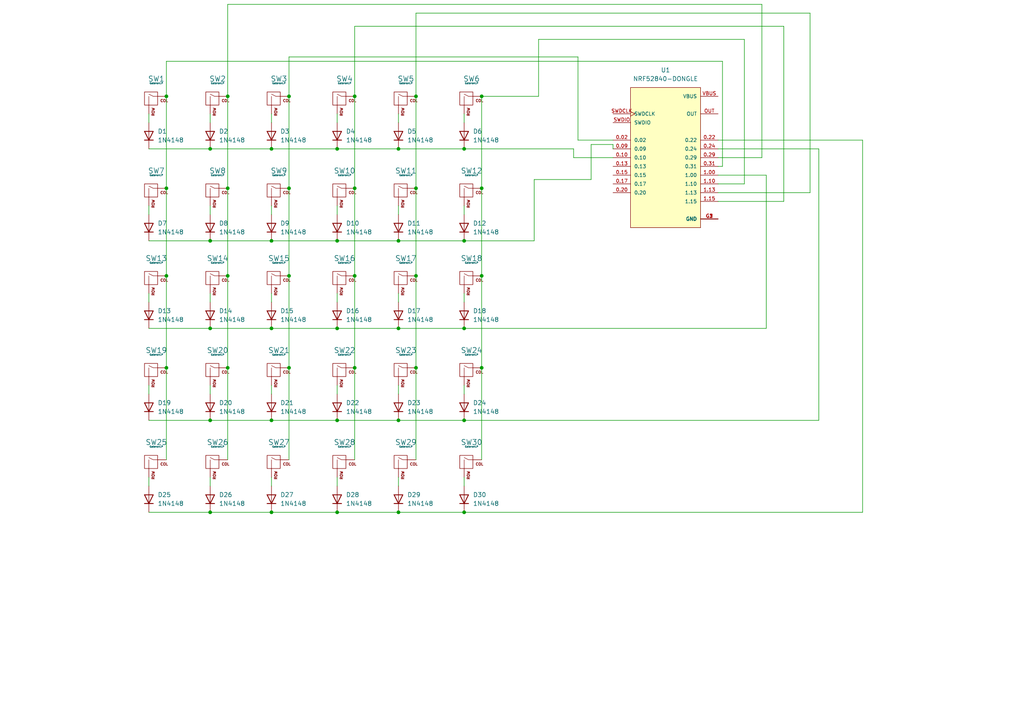
<source format=kicad_sch>
(kicad_sch (version 20211123) (generator eeschema)

  (uuid 87af778a-d642-4f31-8f66-d1bb0c547727)

  (paper "A4")

  (lib_symbols
    (symbol "Diode:1N4148" (pin_numbers hide) (pin_names hide) (in_bom yes) (on_board yes)
      (property "Reference" "D" (id 0) (at 0 2.54 0)
        (effects (font (size 1.27 1.27)))
      )
      (property "Value" "1N4148" (id 1) (at 0 -2.54 0)
        (effects (font (size 1.27 1.27)))
      )
      (property "Footprint" "Diode_THT:D_DO-35_SOD27_P7.62mm_Horizontal" (id 2) (at 0 0 0)
        (effects (font (size 1.27 1.27)) hide)
      )
      (property "Datasheet" "https://assets.nexperia.com/documents/data-sheet/1N4148_1N4448.pdf" (id 3) (at 0 0 0)
        (effects (font (size 1.27 1.27)) hide)
      )
      (property "ki_keywords" "diode" (id 4) (at 0 0 0)
        (effects (font (size 1.27 1.27)) hide)
      )
      (property "ki_description" "100V 0.15A standard switching diode, DO-35" (id 5) (at 0 0 0)
        (effects (font (size 1.27 1.27)) hide)
      )
      (property "ki_fp_filters" "D*DO?35*" (id 6) (at 0 0 0)
        (effects (font (size 1.27 1.27)) hide)
      )
      (symbol "1N4148_0_1"
        (polyline
          (pts
            (xy -1.27 1.27)
            (xy -1.27 -1.27)
          )
          (stroke (width 0.254) (type default) (color 0 0 0 0))
          (fill (type none))
        )
        (polyline
          (pts
            (xy 1.27 0)
            (xy -1.27 0)
          )
          (stroke (width 0) (type default) (color 0 0 0 0))
          (fill (type none))
        )
        (polyline
          (pts
            (xy 1.27 1.27)
            (xy 1.27 -1.27)
            (xy -1.27 0)
            (xy 1.27 1.27)
          )
          (stroke (width 0.254) (type default) (color 0 0 0 0))
          (fill (type none))
        )
      )
      (symbol "1N4148_1_1"
        (pin passive line (at -3.81 0 0) (length 2.54)
          (name "K" (effects (font (size 1.27 1.27))))
          (number "1" (effects (font (size 1.27 1.27))))
        )
        (pin passive line (at 3.81 0 180) (length 2.54)
          (name "A" (effects (font (size 1.27 1.27))))
          (number "2" (effects (font (size 1.27 1.27))))
        )
      )
    )
    (symbol "NRF52840-DONGLE:NRF52840-DONGLE" (pin_names (offset 1.016)) (in_bom yes) (on_board yes)
      (property "Reference" "U" (id 0) (at -10.16 21.082 0)
        (effects (font (size 1.27 1.27)) (justify left bottom))
      )
      (property "Value" "NRF52840-DONGLE" (id 1) (at -10.16 -22.86 0)
        (effects (font (size 1.27 1.27)) (justify left bottom))
      )
      (property "Footprint" "MODULE_NRF52840-DONGLE" (id 2) (at 0 0 0)
        (effects (font (size 1.27 1.27)) (justify left bottom) hide)
      )
      (property "Datasheet" "" (id 3) (at 0 0 0)
        (effects (font (size 1.27 1.27)) (justify left bottom) hide)
      )
      (property "MAXIMUM_PACKAGE_HEIGHT" "N/A" (id 4) (at 0 0 0)
        (effects (font (size 1.27 1.27)) (justify left bottom) hide)
      )
      (property "MANUFACTURER" "Nordic semiconductor" (id 5) (at 0 0 0)
        (effects (font (size 1.27 1.27)) (justify left bottom) hide)
      )
      (property "PARTREV" "1.1" (id 6) (at 0 0 0)
        (effects (font (size 1.27 1.27)) (justify left bottom) hide)
      )
      (property "STANDARD" "Manufacturer Recommendations" (id 7) (at 0 0 0)
        (effects (font (size 1.27 1.27)) (justify left bottom) hide)
      )
      (property "ki_locked" "" (id 8) (at 0 0 0)
        (effects (font (size 1.27 1.27)))
      )
      (symbol "NRF52840-DONGLE_0_0"
        (rectangle (start -10.16 -20.32) (end 10.16 20.32)
          (stroke (width 0.1524) (type default) (color 0 0 0 0))
          (fill (type background))
        )
        (pin bidirectional line (at -15.24 5.08 0) (length 5.08)
          (name "0.02" (effects (font (size 1.016 1.016))))
          (number "0.02" (effects (font (size 1.016 1.016))))
        )
        (pin bidirectional line (at -15.24 2.54 0) (length 5.08)
          (name "0.09" (effects (font (size 1.016 1.016))))
          (number "0.09" (effects (font (size 1.016 1.016))))
        )
        (pin bidirectional line (at -15.24 0 0) (length 5.08)
          (name "0.10" (effects (font (size 1.016 1.016))))
          (number "0.10" (effects (font (size 1.016 1.016))))
        )
        (pin bidirectional line (at -15.24 -2.54 0) (length 5.08)
          (name "0.13" (effects (font (size 1.016 1.016))))
          (number "0.13" (effects (font (size 1.016 1.016))))
        )
        (pin bidirectional line (at -15.24 -5.08 0) (length 5.08)
          (name "0.15" (effects (font (size 1.016 1.016))))
          (number "0.15" (effects (font (size 1.016 1.016))))
        )
        (pin bidirectional line (at -15.24 -7.62 0) (length 5.08)
          (name "0.17" (effects (font (size 1.016 1.016))))
          (number "0.17" (effects (font (size 1.016 1.016))))
        )
        (pin bidirectional line (at -15.24 -10.16 0) (length 5.08)
          (name "0.20" (effects (font (size 1.016 1.016))))
          (number "0.20" (effects (font (size 1.016 1.016))))
        )
        (pin bidirectional line (at 15.24 5.08 180) (length 5.08)
          (name "0.22" (effects (font (size 1.016 1.016))))
          (number "0.22" (effects (font (size 1.016 1.016))))
        )
        (pin bidirectional line (at 15.24 2.54 180) (length 5.08)
          (name "0.24" (effects (font (size 1.016 1.016))))
          (number "0.24" (effects (font (size 1.016 1.016))))
        )
        (pin bidirectional line (at 15.24 0 180) (length 5.08)
          (name "0.29" (effects (font (size 1.016 1.016))))
          (number "0.29" (effects (font (size 1.016 1.016))))
        )
        (pin bidirectional line (at 15.24 -2.54 180) (length 5.08)
          (name "0.31" (effects (font (size 1.016 1.016))))
          (number "0.31" (effects (font (size 1.016 1.016))))
        )
        (pin bidirectional line (at 15.24 -5.08 180) (length 5.08)
          (name "1.00" (effects (font (size 1.016 1.016))))
          (number "1.00" (effects (font (size 1.016 1.016))))
        )
        (pin bidirectional line (at 15.24 -7.62 180) (length 5.08)
          (name "1.10" (effects (font (size 1.016 1.016))))
          (number "1.10" (effects (font (size 1.016 1.016))))
        )
        (pin bidirectional line (at 15.24 -10.16 180) (length 5.08)
          (name "1.13" (effects (font (size 1.016 1.016))))
          (number "1.13" (effects (font (size 1.016 1.016))))
        )
        (pin bidirectional line (at 15.24 -12.7 180) (length 5.08)
          (name "1.15" (effects (font (size 1.016 1.016))))
          (number "1.15" (effects (font (size 1.016 1.016))))
        )
        (pin power_in line (at 15.24 -17.78 180) (length 5.08)
          (name "GND" (effects (font (size 1.016 1.016))))
          (number "G1" (effects (font (size 1.016 1.016))))
        )
        (pin power_in line (at 15.24 -17.78 180) (length 5.08)
          (name "GND" (effects (font (size 1.016 1.016))))
          (number "G2" (effects (font (size 1.016 1.016))))
        )
        (pin power_in line (at 15.24 -17.78 180) (length 5.08)
          (name "GND" (effects (font (size 1.016 1.016))))
          (number "G3" (effects (font (size 1.016 1.016))))
        )
        (pin output line (at 15.24 12.7 180) (length 5.08)
          (name "OUT" (effects (font (size 1.016 1.016))))
          (number "OUT" (effects (font (size 1.016 1.016))))
        )
        (pin input clock (at -15.24 12.7 0) (length 5.08)
          (name "SWDCLK" (effects (font (size 1.016 1.016))))
          (number "SWDCLK" (effects (font (size 1.016 1.016))))
        )
        (pin bidirectional line (at -15.24 10.16 0) (length 5.08)
          (name "SWDIO" (effects (font (size 1.016 1.016))))
          (number "SWDIO" (effects (font (size 1.016 1.016))))
        )
        (pin power_in line (at 15.24 17.78 180) (length 5.08)
          (name "VBUS" (effects (font (size 1.016 1.016))))
          (number "VBUS" (effects (font (size 1.016 1.016))))
        )
      )
    )
    (symbol "gateronLowProfile:GateronLP" (pin_names (offset 1.016)) (in_bom yes) (on_board yes)
      (property "Reference" "SW" (id 0) (at -0.635 3.81 0)
        (effects (font (size 1.524 1.524)))
      )
      (property "Value" "GateronLP" (id 1) (at -0.635 1.27 0)
        (effects (font (size 0.508 0.508)))
      )
      (property "Footprint" "" (id 2) (at -15.875 -0.635 0)
        (effects (font (size 1.524 1.524)) hide)
      )
      (property "Datasheet" "" (id 3) (at -15.875 -0.635 0)
        (effects (font (size 1.524 1.524)) hide)
      )
      (symbol "GateronLP_0_0"
        (rectangle (start -2.54 2.54) (end 1.27 -1.27)
          (stroke (width 0) (type default) (color 0 0 0 0))
          (fill (type none))
        )
        (polyline
          (pts
            (xy -1.27 -1.27)
            (xy -1.27 1.27)
          )
          (stroke (width 0.127) (type default) (color 0 0 0 0))
          (fill (type none))
        )
        (polyline
          (pts
            (xy 1.27 1.27)
            (xy 0 1.27)
            (xy -1.27 1.905)
          )
          (stroke (width 0.127) (type default) (color 0 0 0 0))
          (fill (type none))
        )
        (text "COL" (at 3.175 0 0)
          (effects (font (size 0.762 0.762)))
        )
        (text "ROW" (at 0 -1.905 900)
          (effects (font (size 0.762 0.762)) (justify right))
        )
      )
      (symbol "GateronLP_1_1"
        (pin passive line (at 3.81 1.27 180) (length 2.54)
          (name "COL" (effects (font (size 0 0))))
          (number "1" (effects (font (size 0 0))))
        )
        (pin passive line (at -1.27 -3.81 90) (length 2.54)
          (name "ROW" (effects (font (size 0 0))))
          (number "2" (effects (font (size 0 0))))
        )
      )
    )
  )

  (junction (at 78.74 69.85) (diameter 0) (color 0 0 0 0)
    (uuid 053591ca-5010-43e9-b62a-87fa4d7876e7)
  )
  (junction (at 115.57 121.92) (diameter 0) (color 0 0 0 0)
    (uuid 09728225-48b7-49f7-9125-6f5600730b49)
  )
  (junction (at 120.65 80.01) (diameter 0) (color 0 0 0 0)
    (uuid 0d975c42-8a2c-4de7-b1b8-9c1b60410105)
  )
  (junction (at 48.26 80.01) (diameter 0) (color 0 0 0 0)
    (uuid 16b2c963-c6a3-4045-ac29-387bf5d725c8)
  )
  (junction (at 97.79 121.92) (diameter 0) (color 0 0 0 0)
    (uuid 1a42745f-2ead-450c-ad35-8591c929f195)
  )
  (junction (at 139.7 27.94) (diameter 0) (color 0 0 0 0)
    (uuid 1d007a28-30d9-425b-adca-0890fc1c9d92)
  )
  (junction (at 66.04 106.68) (diameter 0) (color 0 0 0 0)
    (uuid 2696c493-d0fc-4a6f-8b94-0ab28d0a9472)
  )
  (junction (at 66.04 54.61) (diameter 0) (color 0 0 0 0)
    (uuid 2a93dd7f-4b42-4736-9815-dce86265a48f)
  )
  (junction (at 97.79 148.59) (diameter 0) (color 0 0 0 0)
    (uuid 2d9b343b-15f2-49f2-8ff7-cb6f4136d50e)
  )
  (junction (at 48.26 54.61) (diameter 0) (color 0 0 0 0)
    (uuid 2f118567-ccd7-4c61-8640-cd7ae1c03892)
  )
  (junction (at 83.82 106.68) (diameter 0) (color 0 0 0 0)
    (uuid 30fbbcbe-aa2d-40ff-86e6-0ea512747b88)
  )
  (junction (at 48.26 106.68) (diameter 0) (color 0 0 0 0)
    (uuid 405aa725-0617-4ad6-a5ad-dd0393afa89f)
  )
  (junction (at 83.82 27.94) (diameter 0) (color 0 0 0 0)
    (uuid 441aff6a-bc6c-47a4-b6c0-1a65b626eca8)
  )
  (junction (at 134.62 69.85) (diameter 0) (color 0 0 0 0)
    (uuid 48b76351-cb71-420a-a0a1-e319e14d562c)
  )
  (junction (at 102.87 54.61) (diameter 0) (color 0 0 0 0)
    (uuid 4c7cb901-1c64-4003-a1d5-5898f9922964)
  )
  (junction (at 115.57 148.59) (diameter 0) (color 0 0 0 0)
    (uuid 4e264685-8756-4e3f-9301-db9f79344795)
  )
  (junction (at 78.74 43.18) (diameter 0) (color 0 0 0 0)
    (uuid 4e6d5808-3d99-4045-af7e-fbde8ce8f5c9)
  )
  (junction (at 115.57 95.25) (diameter 0) (color 0 0 0 0)
    (uuid 5b5e6fc8-62de-49a0-a97b-d2e1ce7a1944)
  )
  (junction (at 60.96 69.85) (diameter 0) (color 0 0 0 0)
    (uuid 5b695184-7205-4f59-a072-d71bfc444ee0)
  )
  (junction (at 48.26 27.94) (diameter 0) (color 0 0 0 0)
    (uuid 614de3b1-6027-432c-b1f8-3273060993d5)
  )
  (junction (at 120.65 54.61) (diameter 0) (color 0 0 0 0)
    (uuid 63aa5b6b-bc02-4fbf-a1ae-e5163883f555)
  )
  (junction (at 134.62 95.25) (diameter 0) (color 0 0 0 0)
    (uuid 705fefee-cf3a-4a49-a6cd-cfb0f325a034)
  )
  (junction (at 134.62 121.92) (diameter 0) (color 0 0 0 0)
    (uuid 70621255-b88b-4e96-94cb-fc5cff338592)
  )
  (junction (at 102.87 27.94) (diameter 0) (color 0 0 0 0)
    (uuid 765e783c-05a4-468d-abde-b1598213cfa8)
  )
  (junction (at 139.7 80.01) (diameter 0) (color 0 0 0 0)
    (uuid 777aa534-caab-4f57-8215-b84d5c3a2e92)
  )
  (junction (at 120.65 106.68) (diameter 0) (color 0 0 0 0)
    (uuid 7a9072ea-4570-4fc4-b8bb-0535b63e5835)
  )
  (junction (at 83.82 80.01) (diameter 0) (color 0 0 0 0)
    (uuid 814589ed-5e36-4473-a255-b3f8e8ff0365)
  )
  (junction (at 97.79 95.25) (diameter 0) (color 0 0 0 0)
    (uuid 8edcecdb-f517-45c9-8cd1-18544aa65c9c)
  )
  (junction (at 97.79 69.85) (diameter 0) (color 0 0 0 0)
    (uuid 92ae91bf-daa7-4940-958f-a0eaee8be72f)
  )
  (junction (at 60.96 148.59) (diameter 0) (color 0 0 0 0)
    (uuid 96a82314-6d74-4321-8760-0a8b590071da)
  )
  (junction (at 78.74 95.25) (diameter 0) (color 0 0 0 0)
    (uuid 97529821-973e-44a3-aaec-d2065e3fe431)
  )
  (junction (at 78.74 121.92) (diameter 0) (color 0 0 0 0)
    (uuid 9e2b84e7-f605-4379-81a2-c32edec58bb7)
  )
  (junction (at 102.87 80.01) (diameter 0) (color 0 0 0 0)
    (uuid 9ef393d7-2597-4679-a62e-08566104203f)
  )
  (junction (at 134.62 43.18) (diameter 0) (color 0 0 0 0)
    (uuid a174f7a8-38b1-4c80-b6cf-6e97a4c3e63b)
  )
  (junction (at 115.57 69.85) (diameter 0) (color 0 0 0 0)
    (uuid ae7e16a3-1e0c-4cb7-91f5-d6bb5cf7fc65)
  )
  (junction (at 139.7 106.68) (diameter 0) (color 0 0 0 0)
    (uuid b7a99b94-07b1-4d7e-866b-e3e8067dc2b7)
  )
  (junction (at 66.04 27.94) (diameter 0) (color 0 0 0 0)
    (uuid b84cd407-7ba2-4899-9082-d9469cba66ca)
  )
  (junction (at 60.96 95.25) (diameter 0) (color 0 0 0 0)
    (uuid c2968f8c-1c04-4a30-af73-1bd782a8c0f9)
  )
  (junction (at 134.62 148.59) (diameter 0) (color 0 0 0 0)
    (uuid c6cc9c7e-771e-4836-9a5f-06d6407265ab)
  )
  (junction (at 97.79 43.18) (diameter 0) (color 0 0 0 0)
    (uuid c6d9a80d-d201-4cfe-8b03-32965bd1b5e2)
  )
  (junction (at 83.82 54.61) (diameter 0) (color 0 0 0 0)
    (uuid d43e96db-35dc-4f46-9af2-fee0165ca4dc)
  )
  (junction (at 115.57 43.18) (diameter 0) (color 0 0 0 0)
    (uuid d48c76ff-44e8-4fe6-826b-a335a5d5a356)
  )
  (junction (at 66.04 80.01) (diameter 0) (color 0 0 0 0)
    (uuid d514ba78-7779-49d9-ab9f-9a9779254e6d)
  )
  (junction (at 139.7 54.61) (diameter 0) (color 0 0 0 0)
    (uuid d9aadfc3-3595-4ab1-aebe-6e08c755aa7d)
  )
  (junction (at 120.65 27.94) (diameter 0) (color 0 0 0 0)
    (uuid e0bf4e45-e84b-4ade-a2e7-b812f3ea70cb)
  )
  (junction (at 78.74 148.59) (diameter 0) (color 0 0 0 0)
    (uuid ea05ffc7-c120-41ec-8f5c-908502fa20a5)
  )
  (junction (at 102.87 106.68) (diameter 0) (color 0 0 0 0)
    (uuid f91a22b4-d0a9-4db3-aa2e-937e37f534d5)
  )
  (junction (at 60.96 43.18) (diameter 0) (color 0 0 0 0)
    (uuid fb5f3e19-76e6-494f-aac7-14eb4f67b324)
  )
  (junction (at 60.96 121.92) (diameter 0) (color 0 0 0 0)
    (uuid ff029589-896d-41d7-8160-429dccc43d12)
  )

  (wire (pts (xy 43.18 121.92) (xy 60.96 121.92))
    (stroke (width 0) (type default) (color 0 0 0 0))
    (uuid 023d4744-3b9c-45bb-a45d-51fcefe61ebd)
  )
  (wire (pts (xy 97.79 59.69) (xy 97.79 62.23))
    (stroke (width 0) (type default) (color 0 0 0 0))
    (uuid 0437f961-6445-4f9d-b3de-fdb6b4b57eba)
  )
  (wire (pts (xy 60.96 59.69) (xy 60.96 62.23))
    (stroke (width 0) (type default) (color 0 0 0 0))
    (uuid 069ea4f8-147a-43d6-ba2f-7654b41aa95b)
  )
  (wire (pts (xy 83.82 54.61) (xy 83.82 80.01))
    (stroke (width 0) (type default) (color 0 0 0 0))
    (uuid 084c78a7-7ad9-467f-8cae-5efe9d605495)
  )
  (wire (pts (xy 60.96 33.02) (xy 60.96 35.56))
    (stroke (width 0) (type default) (color 0 0 0 0))
    (uuid 08fd9239-69a4-4469-b6f2-33983c8484ce)
  )
  (wire (pts (xy 234.95 3.81) (xy 120.65 3.81))
    (stroke (width 0) (type default) (color 0 0 0 0))
    (uuid 0c0ab0bd-bac3-4190-8b21-074b449090d0)
  )
  (wire (pts (xy 43.18 95.25) (xy 60.96 95.25))
    (stroke (width 0) (type default) (color 0 0 0 0))
    (uuid 0c386f48-a585-494d-a74c-ca33849c49ee)
  )
  (wire (pts (xy 166.37 45.72) (xy 177.8 45.72))
    (stroke (width 0) (type default) (color 0 0 0 0))
    (uuid 0c4ec4d8-d04e-469a-bffe-4b97a41b96f4)
  )
  (wire (pts (xy 139.7 106.68) (xy 139.7 133.35))
    (stroke (width 0) (type default) (color 0 0 0 0))
    (uuid 0d5e0f95-23e1-4202-8d39-577280d1a82a)
  )
  (wire (pts (xy 115.57 69.85) (xy 134.62 69.85))
    (stroke (width 0) (type default) (color 0 0 0 0))
    (uuid 10de754a-8351-4ba9-a848-274b719c6c1e)
  )
  (wire (pts (xy 167.64 16.51) (xy 167.64 40.64))
    (stroke (width 0) (type default) (color 0 0 0 0))
    (uuid 11e6553b-3426-4da8-948c-75fc680963f1)
  )
  (wire (pts (xy 60.96 95.25) (xy 78.74 95.25))
    (stroke (width 0) (type default) (color 0 0 0 0))
    (uuid 143b7efb-2ed1-4af2-bd31-b943e78a583d)
  )
  (wire (pts (xy 134.62 69.85) (xy 154.94 69.85))
    (stroke (width 0) (type default) (color 0 0 0 0))
    (uuid 15079795-fe7e-44ae-8b8b-34fbf3a5a38f)
  )
  (wire (pts (xy 97.79 43.18) (xy 115.57 43.18))
    (stroke (width 0) (type default) (color 0 0 0 0))
    (uuid 173d70c3-52f9-4827-b57f-c49681bb6c9c)
  )
  (wire (pts (xy 139.7 54.61) (xy 139.7 80.01))
    (stroke (width 0) (type default) (color 0 0 0 0))
    (uuid 18463f77-8233-4e4a-967b-0199d2fb45b8)
  )
  (wire (pts (xy 97.79 33.02) (xy 97.79 35.56))
    (stroke (width 0) (type default) (color 0 0 0 0))
    (uuid 1afe6a33-a2f7-428d-863b-f80a6dd23b8e)
  )
  (wire (pts (xy 48.26 54.61) (xy 48.26 80.01))
    (stroke (width 0) (type default) (color 0 0 0 0))
    (uuid 1b9762e8-9862-4c67-b993-3b007539d2a8)
  )
  (wire (pts (xy 156.21 11.43) (xy 215.9 11.43))
    (stroke (width 0) (type default) (color 0 0 0 0))
    (uuid 1e9077d1-762c-41bd-bbd7-0de5452893e7)
  )
  (wire (pts (xy 120.65 54.61) (xy 120.65 80.01))
    (stroke (width 0) (type default) (color 0 0 0 0))
    (uuid 2701428b-aa67-424a-9e47-561c1ae3741b)
  )
  (wire (pts (xy 154.94 69.85) (xy 154.94 52.07))
    (stroke (width 0) (type default) (color 0 0 0 0))
    (uuid 2b93abf6-e41a-46b3-8cd6-ab8479cc7267)
  )
  (wire (pts (xy 97.79 138.43) (xy 97.79 140.97))
    (stroke (width 0) (type default) (color 0 0 0 0))
    (uuid 2bea90f1-6b79-4d15-a2ac-737a4bab39f9)
  )
  (wire (pts (xy 78.74 69.85) (xy 97.79 69.85))
    (stroke (width 0) (type default) (color 0 0 0 0))
    (uuid 2d4becaa-bd63-43dc-96b7-fca49643e13a)
  )
  (wire (pts (xy 120.65 80.01) (xy 120.65 106.68))
    (stroke (width 0) (type default) (color 0 0 0 0))
    (uuid 34f5a2be-c343-40d0-8f86-f26863635e86)
  )
  (wire (pts (xy 48.26 106.68) (xy 48.26 133.35))
    (stroke (width 0) (type default) (color 0 0 0 0))
    (uuid 35672a4b-3e1e-477e-b980-c51caa4d89ba)
  )
  (wire (pts (xy 78.74 121.92) (xy 97.79 121.92))
    (stroke (width 0) (type default) (color 0 0 0 0))
    (uuid 37aae15b-8cfb-4d1e-b0b2-d9044d1ef418)
  )
  (wire (pts (xy 115.57 148.59) (xy 134.62 148.59))
    (stroke (width 0) (type default) (color 0 0 0 0))
    (uuid 39fe3c4d-14b4-46a3-8afa-f637cc0f9249)
  )
  (wire (pts (xy 43.18 43.18) (xy 60.96 43.18))
    (stroke (width 0) (type default) (color 0 0 0 0))
    (uuid 401fa292-1edb-4b1c-821d-31a8076a7b04)
  )
  (wire (pts (xy 115.57 59.69) (xy 115.57 62.23))
    (stroke (width 0) (type default) (color 0 0 0 0))
    (uuid 40289033-cb81-40f2-ad91-695b5448e63e)
  )
  (wire (pts (xy 220.98 1.27) (xy 220.98 45.72))
    (stroke (width 0) (type default) (color 0 0 0 0))
    (uuid 41090765-3d77-488b-a132-766ca47a1cba)
  )
  (wire (pts (xy 60.96 138.43) (xy 60.96 140.97))
    (stroke (width 0) (type default) (color 0 0 0 0))
    (uuid 4424e7bf-0397-4423-88f5-01a4d3c7b873)
  )
  (wire (pts (xy 97.79 111.76) (xy 97.79 114.3))
    (stroke (width 0) (type default) (color 0 0 0 0))
    (uuid 449225d2-e7da-4734-afb5-b44916289bf7)
  )
  (wire (pts (xy 154.94 52.07) (xy 171.45 52.07))
    (stroke (width 0) (type default) (color 0 0 0 0))
    (uuid 45f411a3-c953-49e6-9612-9340b603798b)
  )
  (wire (pts (xy 66.04 106.68) (xy 66.04 133.35))
    (stroke (width 0) (type default) (color 0 0 0 0))
    (uuid 46c89cd1-65aa-41ad-b9d6-fed505e839c2)
  )
  (wire (pts (xy 78.74 95.25) (xy 97.79 95.25))
    (stroke (width 0) (type default) (color 0 0 0 0))
    (uuid 48272fdc-94bf-4d17-8782-55135345fbc6)
  )
  (wire (pts (xy 208.28 58.42) (xy 227.33 58.42))
    (stroke (width 0) (type default) (color 0 0 0 0))
    (uuid 4913ed4d-91b4-4c24-bcd2-8df5d6171be9)
  )
  (wire (pts (xy 171.45 52.07) (xy 171.45 41.91))
    (stroke (width 0) (type default) (color 0 0 0 0))
    (uuid 497c502f-216d-4cc1-bf95-9e885d922669)
  )
  (wire (pts (xy 220.98 45.72) (xy 208.28 45.72))
    (stroke (width 0) (type default) (color 0 0 0 0))
    (uuid 49d22180-57ed-4191-b158-c1ac29f3f82a)
  )
  (wire (pts (xy 78.74 111.76) (xy 78.74 114.3))
    (stroke (width 0) (type default) (color 0 0 0 0))
    (uuid 4afb1b92-5a0f-490c-9ea0-efdfccf15b10)
  )
  (wire (pts (xy 134.62 111.76) (xy 134.62 114.3))
    (stroke (width 0) (type default) (color 0 0 0 0))
    (uuid 4ba98d85-1d8d-45c8-a4d1-ed145d421798)
  )
  (wire (pts (xy 83.82 27.94) (xy 83.82 54.61))
    (stroke (width 0) (type default) (color 0 0 0 0))
    (uuid 4d570ff4-3c5e-4d0c-8db4-0d3397857d7c)
  )
  (wire (pts (xy 115.57 121.92) (xy 134.62 121.92))
    (stroke (width 0) (type default) (color 0 0 0 0))
    (uuid 4d9c9164-a97b-4c5a-8c52-6a073827c3f9)
  )
  (wire (pts (xy 134.62 95.25) (xy 222.25 95.25))
    (stroke (width 0) (type default) (color 0 0 0 0))
    (uuid 512b64ec-f9c4-4147-a65b-44592aa97fc6)
  )
  (wire (pts (xy 115.57 43.18) (xy 134.62 43.18))
    (stroke (width 0) (type default) (color 0 0 0 0))
    (uuid 54c07f6a-1048-4e08-b670-1980b3d49611)
  )
  (wire (pts (xy 139.7 27.94) (xy 139.7 54.61))
    (stroke (width 0) (type default) (color 0 0 0 0))
    (uuid 54c65edb-2271-4098-8a43-23ca5ba68615)
  )
  (wire (pts (xy 66.04 1.27) (xy 220.98 1.27))
    (stroke (width 0) (type default) (color 0 0 0 0))
    (uuid 574d74e7-b218-4982-8c7f-5f85208abb73)
  )
  (wire (pts (xy 48.26 27.94) (xy 48.26 54.61))
    (stroke (width 0) (type default) (color 0 0 0 0))
    (uuid 585368f9-b286-417d-a5c6-5d5b36ffef12)
  )
  (wire (pts (xy 139.7 27.94) (xy 156.21 27.94))
    (stroke (width 0) (type default) (color 0 0 0 0))
    (uuid 59eab192-b796-4bae-9bd5-235612a625a7)
  )
  (wire (pts (xy 78.74 138.43) (xy 78.74 140.97))
    (stroke (width 0) (type default) (color 0 0 0 0))
    (uuid 5a6c87e6-8c5e-4d0c-b422-54827ce01223)
  )
  (wire (pts (xy 97.79 69.85) (xy 115.57 69.85))
    (stroke (width 0) (type default) (color 0 0 0 0))
    (uuid 5e367d5d-0f6d-49d6-8f5e-9403d2302580)
  )
  (wire (pts (xy 120.65 106.68) (xy 120.65 133.35))
    (stroke (width 0) (type default) (color 0 0 0 0))
    (uuid 6548a5f1-5eb6-4a53-a508-6c84e366c4cc)
  )
  (wire (pts (xy 115.57 138.43) (xy 115.57 140.97))
    (stroke (width 0) (type default) (color 0 0 0 0))
    (uuid 68cb2339-17aa-4eb2-8ff4-718734aaa1e6)
  )
  (wire (pts (xy 222.25 95.25) (xy 222.25 50.8))
    (stroke (width 0) (type default) (color 0 0 0 0))
    (uuid 69f61fc6-46fd-438b-9d3b-5a764aff0669)
  )
  (wire (pts (xy 43.18 111.76) (xy 43.18 114.3))
    (stroke (width 0) (type default) (color 0 0 0 0))
    (uuid 6de7de32-49f6-449f-92b8-f29224e790c0)
  )
  (wire (pts (xy 60.96 121.92) (xy 78.74 121.92))
    (stroke (width 0) (type default) (color 0 0 0 0))
    (uuid 6e827b06-6b70-45a2-89d4-8fbec5c97298)
  )
  (wire (pts (xy 102.87 80.01) (xy 102.87 106.68))
    (stroke (width 0) (type default) (color 0 0 0 0))
    (uuid 6f872a56-3ea7-468a-9e36-cf3ab1a41039)
  )
  (wire (pts (xy 102.87 106.68) (xy 102.87 133.35))
    (stroke (width 0) (type default) (color 0 0 0 0))
    (uuid 6fb37ff7-6c84-4086-8c4e-ef7a2dd14756)
  )
  (wire (pts (xy 134.62 43.18) (xy 166.37 43.18))
    (stroke (width 0) (type default) (color 0 0 0 0))
    (uuid 70644355-4f46-474a-b892-c034b05f780a)
  )
  (wire (pts (xy 83.82 27.94) (xy 83.82 16.51))
    (stroke (width 0) (type default) (color 0 0 0 0))
    (uuid 716d9cec-29fa-42ca-a4ad-ab898f53a9c3)
  )
  (wire (pts (xy 43.18 148.59) (xy 60.96 148.59))
    (stroke (width 0) (type default) (color 0 0 0 0))
    (uuid 7771f1cf-bc01-4524-9361-d0260d9bac18)
  )
  (wire (pts (xy 83.82 106.68) (xy 83.82 133.35))
    (stroke (width 0) (type default) (color 0 0 0 0))
    (uuid 7cbba739-0d9e-4bf8-9bf9-ce0af6c2d8a2)
  )
  (wire (pts (xy 43.18 69.85) (xy 60.96 69.85))
    (stroke (width 0) (type default) (color 0 0 0 0))
    (uuid 7d4b0204-f61e-4abf-9dca-70f7e26dbbff)
  )
  (wire (pts (xy 78.74 148.59) (xy 97.79 148.59))
    (stroke (width 0) (type default) (color 0 0 0 0))
    (uuid 8036aae5-776f-4f98-898a-55fb040b0fb0)
  )
  (wire (pts (xy 66.04 27.94) (xy 66.04 1.27))
    (stroke (width 0) (type default) (color 0 0 0 0))
    (uuid 809acc36-52cd-4ed4-88fa-14a5f463f5ca)
  )
  (wire (pts (xy 134.62 148.59) (xy 250.19 148.59))
    (stroke (width 0) (type default) (color 0 0 0 0))
    (uuid 8516561e-4555-4548-b0a8-ea4f0fa2a7b4)
  )
  (wire (pts (xy 215.9 53.34) (xy 208.28 53.34))
    (stroke (width 0) (type default) (color 0 0 0 0))
    (uuid 86429057-3c4b-4d65-b1bb-b0d0e82da6a7)
  )
  (wire (pts (xy 208.28 55.88) (xy 234.95 55.88))
    (stroke (width 0) (type default) (color 0 0 0 0))
    (uuid 87d27e5d-b5c6-4aa3-be8d-90af0177eb3d)
  )
  (wire (pts (xy 43.18 59.69) (xy 43.18 62.23))
    (stroke (width 0) (type default) (color 0 0 0 0))
    (uuid 8a48aa67-437f-4994-a253-d529dcbb6bb0)
  )
  (wire (pts (xy 66.04 27.94) (xy 66.04 54.61))
    (stroke (width 0) (type default) (color 0 0 0 0))
    (uuid 8df21f6b-09c5-4a44-8927-4be04471d9a7)
  )
  (wire (pts (xy 60.96 43.18) (xy 78.74 43.18))
    (stroke (width 0) (type default) (color 0 0 0 0))
    (uuid 8ffdcb04-77f3-4b82-a44d-6b0320b789a7)
  )
  (wire (pts (xy 60.96 69.85) (xy 78.74 69.85))
    (stroke (width 0) (type default) (color 0 0 0 0))
    (uuid 9013bfb3-8b4e-4247-ba74-a750325c91dd)
  )
  (wire (pts (xy 250.19 148.59) (xy 250.19 40.64))
    (stroke (width 0) (type default) (color 0 0 0 0))
    (uuid 902d8d54-4ca4-4fa7-8117-d457eb4f7f7b)
  )
  (wire (pts (xy 139.7 80.01) (xy 139.7 106.68))
    (stroke (width 0) (type default) (color 0 0 0 0))
    (uuid 929e19ce-a191-4768-bcf6-ed3d9ab70c81)
  )
  (wire (pts (xy 234.95 55.88) (xy 234.95 3.81))
    (stroke (width 0) (type default) (color 0 0 0 0))
    (uuid 941c8300-c2fc-47cd-a1b9-636f445f51c2)
  )
  (wire (pts (xy 134.62 85.09) (xy 134.62 87.63))
    (stroke (width 0) (type default) (color 0 0 0 0))
    (uuid 941dd300-b6b0-4603-be99-9d3609c1889f)
  )
  (wire (pts (xy 237.49 121.92) (xy 237.49 43.18))
    (stroke (width 0) (type default) (color 0 0 0 0))
    (uuid 94604068-98a8-43b1-9745-17969d342ce9)
  )
  (wire (pts (xy 66.04 80.01) (xy 66.04 106.68))
    (stroke (width 0) (type default) (color 0 0 0 0))
    (uuid 94ca483d-1bc7-437d-9da8-1e9ec788364c)
  )
  (wire (pts (xy 171.45 41.91) (xy 177.8 41.91))
    (stroke (width 0) (type default) (color 0 0 0 0))
    (uuid 95969570-43fc-4a27-80c8-25988941f523)
  )
  (wire (pts (xy 102.87 54.61) (xy 102.87 80.01))
    (stroke (width 0) (type default) (color 0 0 0 0))
    (uuid 976c0663-caf6-43ef-98d8-260cd810815a)
  )
  (wire (pts (xy 120.65 27.94) (xy 120.65 54.61))
    (stroke (width 0) (type default) (color 0 0 0 0))
    (uuid 9782798a-242d-4995-9798-b345601271ef)
  )
  (wire (pts (xy 43.18 138.43) (xy 43.18 140.97))
    (stroke (width 0) (type default) (color 0 0 0 0))
    (uuid 988e7c7a-8db6-4716-9185-692860c706ac)
  )
  (wire (pts (xy 102.87 27.94) (xy 102.87 7.62))
    (stroke (width 0) (type default) (color 0 0 0 0))
    (uuid 9bc41711-215d-4ba0-887f-61da218df0b0)
  )
  (wire (pts (xy 227.33 7.62) (xy 227.33 58.42))
    (stroke (width 0) (type default) (color 0 0 0 0))
    (uuid 9ca30819-2163-4e86-8ae0-f67370938d4f)
  )
  (wire (pts (xy 83.82 80.01) (xy 83.82 106.68))
    (stroke (width 0) (type default) (color 0 0 0 0))
    (uuid a324a768-b109-4322-8177-7a8a13ed6843)
  )
  (wire (pts (xy 115.57 111.76) (xy 115.57 114.3))
    (stroke (width 0) (type default) (color 0 0 0 0))
    (uuid a386ef84-6232-4afb-90ce-db9a058720f2)
  )
  (wire (pts (xy 48.26 17.78) (xy 48.26 27.94))
    (stroke (width 0) (type default) (color 0 0 0 0))
    (uuid a42d6dbd-ee30-435f-a65b-9e1f50f200cf)
  )
  (wire (pts (xy 43.18 33.02) (xy 43.18 35.56))
    (stroke (width 0) (type default) (color 0 0 0 0))
    (uuid a5ce65cd-d956-44df-8486-c97cd12e369d)
  )
  (wire (pts (xy 97.79 121.92) (xy 115.57 121.92))
    (stroke (width 0) (type default) (color 0 0 0 0))
    (uuid a6995de9-e0e2-43a2-a36b-9cd95f5c4a63)
  )
  (wire (pts (xy 48.26 80.01) (xy 48.26 106.68))
    (stroke (width 0) (type default) (color 0 0 0 0))
    (uuid ab1c183b-9d82-48a7-8463-b9807dfa060e)
  )
  (wire (pts (xy 60.96 148.59) (xy 78.74 148.59))
    (stroke (width 0) (type default) (color 0 0 0 0))
    (uuid ac1e02bf-7a39-43cf-8ea1-e27345ded3d6)
  )
  (wire (pts (xy 209.55 17.78) (xy 48.26 17.78))
    (stroke (width 0) (type default) (color 0 0 0 0))
    (uuid ad4bfaa9-4cc6-4c0a-ae7c-33d8cc839928)
  )
  (wire (pts (xy 156.21 27.94) (xy 156.21 11.43))
    (stroke (width 0) (type default) (color 0 0 0 0))
    (uuid b0dea2fc-5e04-4dd8-85b2-b5a82c76d61b)
  )
  (wire (pts (xy 250.19 40.64) (xy 208.28 40.64))
    (stroke (width 0) (type default) (color 0 0 0 0))
    (uuid b2a449a5-5b06-4e6d-9640-9cbb67cbbb51)
  )
  (wire (pts (xy 115.57 85.09) (xy 115.57 87.63))
    (stroke (width 0) (type default) (color 0 0 0 0))
    (uuid b3da6c19-dd38-442c-b027-4f108bf3d11b)
  )
  (wire (pts (xy 115.57 95.25) (xy 134.62 95.25))
    (stroke (width 0) (type default) (color 0 0 0 0))
    (uuid b5aec23d-3a46-4529-82f7-a005190b6050)
  )
  (wire (pts (xy 97.79 95.25) (xy 115.57 95.25))
    (stroke (width 0) (type default) (color 0 0 0 0))
    (uuid b633bba4-e4ec-4cd1-8445-b059248a9044)
  )
  (wire (pts (xy 120.65 3.81) (xy 120.65 27.94))
    (stroke (width 0) (type default) (color 0 0 0 0))
    (uuid b7931a18-721e-40ed-8020-f3a39fef5269)
  )
  (wire (pts (xy 115.57 33.02) (xy 115.57 35.56))
    (stroke (width 0) (type default) (color 0 0 0 0))
    (uuid b83ddc18-c538-4b7c-806d-17f028f977ef)
  )
  (wire (pts (xy 78.74 59.69) (xy 78.74 62.23))
    (stroke (width 0) (type default) (color 0 0 0 0))
    (uuid b8ad20b3-fd86-4122-b24f-c68a4ada13c9)
  )
  (wire (pts (xy 166.37 43.18) (xy 166.37 45.72))
    (stroke (width 0) (type default) (color 0 0 0 0))
    (uuid c4970bcc-417d-4a2d-a822-605b97251308)
  )
  (wire (pts (xy 66.04 54.61) (xy 66.04 80.01))
    (stroke (width 0) (type default) (color 0 0 0 0))
    (uuid c6add440-a718-4d90-b99f-41b54a8a6156)
  )
  (wire (pts (xy 83.82 16.51) (xy 167.64 16.51))
    (stroke (width 0) (type default) (color 0 0 0 0))
    (uuid c77268b6-6f8f-4fbb-9c14-45a176ccb18a)
  )
  (wire (pts (xy 208.28 48.26) (xy 209.55 48.26))
    (stroke (width 0) (type default) (color 0 0 0 0))
    (uuid c9428827-6c7d-4bb2-8e00-662b3ce0edb7)
  )
  (wire (pts (xy 134.62 33.02) (xy 134.62 35.56))
    (stroke (width 0) (type default) (color 0 0 0 0))
    (uuid cc1d08b3-7415-4520-9ba6-2a7bad2eb80c)
  )
  (wire (pts (xy 78.74 43.18) (xy 97.79 43.18))
    (stroke (width 0) (type default) (color 0 0 0 0))
    (uuid cd05f638-daf3-4a84-b430-1d99cda94c70)
  )
  (wire (pts (xy 78.74 33.02) (xy 78.74 35.56))
    (stroke (width 0) (type default) (color 0 0 0 0))
    (uuid cf9c363b-062b-439f-bd24-3ad727c4bbb8)
  )
  (wire (pts (xy 237.49 43.18) (xy 208.28 43.18))
    (stroke (width 0) (type default) (color 0 0 0 0))
    (uuid d5c39d7f-0330-4454-8dd9-4e408f392992)
  )
  (wire (pts (xy 78.74 85.09) (xy 78.74 87.63))
    (stroke (width 0) (type default) (color 0 0 0 0))
    (uuid da5a2aee-868b-4b2e-85f0-ab48ab763638)
  )
  (wire (pts (xy 222.25 50.8) (xy 208.28 50.8))
    (stroke (width 0) (type default) (color 0 0 0 0))
    (uuid dc869e0b-6bc2-43c3-9e50-f27052fb319b)
  )
  (wire (pts (xy 215.9 11.43) (xy 215.9 53.34))
    (stroke (width 0) (type default) (color 0 0 0 0))
    (uuid de47ccce-c3c8-4c18-aaa0-15efac50ff94)
  )
  (wire (pts (xy 97.79 148.59) (xy 115.57 148.59))
    (stroke (width 0) (type default) (color 0 0 0 0))
    (uuid de9355c3-c80f-4a29-b262-8ec794165f99)
  )
  (wire (pts (xy 134.62 121.92) (xy 237.49 121.92))
    (stroke (width 0) (type default) (color 0 0 0 0))
    (uuid e0f74aea-0a40-4025-9347-074114fe477c)
  )
  (wire (pts (xy 97.79 85.09) (xy 97.79 87.63))
    (stroke (width 0) (type default) (color 0 0 0 0))
    (uuid e308cc3e-4dfa-48ee-a0ae-1a62ee3b490f)
  )
  (wire (pts (xy 102.87 7.62) (xy 227.33 7.62))
    (stroke (width 0) (type default) (color 0 0 0 0))
    (uuid e91a1625-1034-44f3-b06d-f68772268dbf)
  )
  (wire (pts (xy 43.18 85.09) (xy 43.18 87.63))
    (stroke (width 0) (type default) (color 0 0 0 0))
    (uuid ea318f85-a166-4253-972f-a2bb24f15baa)
  )
  (wire (pts (xy 177.8 41.91) (xy 177.8 43.18))
    (stroke (width 0) (type default) (color 0 0 0 0))
    (uuid ecce83a1-6010-42c2-84dc-abc19bc666a0)
  )
  (wire (pts (xy 209.55 48.26) (xy 209.55 17.78))
    (stroke (width 0) (type default) (color 0 0 0 0))
    (uuid ee69cc09-0bb0-4ebd-b3c5-f90c63aa3be3)
  )
  (wire (pts (xy 60.96 111.76) (xy 60.96 114.3))
    (stroke (width 0) (type default) (color 0 0 0 0))
    (uuid ef0b530f-819a-4b66-b075-8ed58daa0371)
  )
  (wire (pts (xy 167.64 40.64) (xy 177.8 40.64))
    (stroke (width 0) (type default) (color 0 0 0 0))
    (uuid ef507345-e798-4e49-837b-1b9d2e204333)
  )
  (wire (pts (xy 102.87 27.94) (xy 102.87 54.61))
    (stroke (width 0) (type default) (color 0 0 0 0))
    (uuid f4eb97f0-6144-4a89-badb-5880b16b7cd0)
  )
  (wire (pts (xy 134.62 59.69) (xy 134.62 62.23))
    (stroke (width 0) (type default) (color 0 0 0 0))
    (uuid f7f2395f-69dd-41d6-9465-623a72b2fdf3)
  )
  (wire (pts (xy 60.96 85.09) (xy 60.96 87.63))
    (stroke (width 0) (type default) (color 0 0 0 0))
    (uuid fa6d38f6-b290-4834-a5f2-555b25222c59)
  )
  (wire (pts (xy 134.62 138.43) (xy 134.62 140.97))
    (stroke (width 0) (type default) (color 0 0 0 0))
    (uuid fc2ee2a0-7657-4a10-b8f5-1114998ea607)
  )

  (symbol (lib_id "Diode:1N4148") (at 60.96 66.04 90) (unit 1)
    (in_bom yes) (on_board yes) (fields_autoplaced)
    (uuid 0668b538-b464-4a24-94ae-d3752221718f)
    (property "Reference" "D8" (id 0) (at 63.5 64.7699 90)
      (effects (font (size 1.27 1.27)) (justify right))
    )
    (property "Value" "1N4148" (id 1) (at 63.5 67.3099 90)
      (effects (font (size 1.27 1.27)) (justify right))
    )
    (property "Footprint" "Diode_THT:D_DO-35_SOD27_P7.62mm_Horizontal" (id 2) (at 60.96 66.04 0)
      (effects (font (size 1.27 1.27)) hide)
    )
    (property "Datasheet" "https://assets.nexperia.com/documents/data-sheet/1N4148_1N4448.pdf" (id 3) (at 60.96 66.04 0)
      (effects (font (size 1.27 1.27)) hide)
    )
    (pin "1" (uuid 7d4229f1-5e50-4b33-8ed2-8459f44b9851))
    (pin "2" (uuid bbb30df5-67fb-41e1-99c2-d2a9bb52952d))
  )

  (symbol (lib_id "gateronLowProfile:GateronLP") (at 44.45 55.88 0) (unit 1)
    (in_bom yes) (on_board yes) (fields_autoplaced)
    (uuid 1111937e-d42b-45b0-b23d-e03766d922c6)
    (property "Reference" "SW7" (id 0) (at 45.3356 49.53 0)
      (effects (font (size 1.524 1.524)))
    )
    (property "Value" "GateronLP" (id 1) (at 45.3356 50.8 0)
      (effects (font (size 0.508 0.508)))
    )
    (property "Footprint" "gateronLowProfile:Gateron_low_profile_reversible" (id 2) (at 28.575 56.515 0)
      (effects (font (size 1.524 1.524)) hide)
    )
    (property "Datasheet" "" (id 3) (at 28.575 56.515 0)
      (effects (font (size 1.524 1.524)) hide)
    )
    (pin "1" (uuid 53e2d94e-6409-48b8-b079-e1722ed767b9))
    (pin "2" (uuid 88c36a65-5681-4680-a979-a746c0288ba4))
  )

  (symbol (lib_id "Diode:1N4148") (at 115.57 66.04 90) (unit 1)
    (in_bom yes) (on_board yes) (fields_autoplaced)
    (uuid 12ef31c8-099f-4277-b8b5-dff23a649a23)
    (property "Reference" "D11" (id 0) (at 118.11 64.7699 90)
      (effects (font (size 1.27 1.27)) (justify right))
    )
    (property "Value" "1N4148" (id 1) (at 118.11 67.3099 90)
      (effects (font (size 1.27 1.27)) (justify right))
    )
    (property "Footprint" "Diode_THT:D_DO-35_SOD27_P7.62mm_Horizontal" (id 2) (at 115.57 66.04 0)
      (effects (font (size 1.27 1.27)) hide)
    )
    (property "Datasheet" "https://assets.nexperia.com/documents/data-sheet/1N4148_1N4448.pdf" (id 3) (at 115.57 66.04 0)
      (effects (font (size 1.27 1.27)) hide)
    )
    (pin "1" (uuid ff1b5612-d71b-4ef9-bfad-2773d29b15da))
    (pin "2" (uuid 05ab9045-0f51-44dc-ab8f-9941f1cea213))
  )

  (symbol (lib_id "Diode:1N4148") (at 97.79 144.78 90) (unit 1)
    (in_bom yes) (on_board yes) (fields_autoplaced)
    (uuid 174effa5-017e-4d0e-bd4a-711a40afab6c)
    (property "Reference" "D28" (id 0) (at 100.33 143.5099 90)
      (effects (font (size 1.27 1.27)) (justify right))
    )
    (property "Value" "1N4148" (id 1) (at 100.33 146.0499 90)
      (effects (font (size 1.27 1.27)) (justify right))
    )
    (property "Footprint" "Diode_THT:D_DO-35_SOD27_P7.62mm_Horizontal" (id 2) (at 97.79 144.78 0)
      (effects (font (size 1.27 1.27)) hide)
    )
    (property "Datasheet" "https://assets.nexperia.com/documents/data-sheet/1N4148_1N4448.pdf" (id 3) (at 97.79 144.78 0)
      (effects (font (size 1.27 1.27)) hide)
    )
    (pin "1" (uuid 783c5baf-075f-4a97-9971-793d7fd59a52))
    (pin "2" (uuid 815a6310-a521-44e5-98f6-ddeb3af71f39))
  )

  (symbol (lib_id "gateronLowProfile:GateronLP") (at 135.89 134.62 0) (unit 1)
    (in_bom yes) (on_board yes) (fields_autoplaced)
    (uuid 200824b5-52d3-45db-973d-9292a52b6f60)
    (property "Reference" "SW30" (id 0) (at 136.7756 128.27 0)
      (effects (font (size 1.524 1.524)))
    )
    (property "Value" "GateronLP" (id 1) (at 136.7756 129.54 0)
      (effects (font (size 0.508 0.508)))
    )
    (property "Footprint" "gateronLowProfile:Gateron_low_profile_reversible" (id 2) (at 120.015 135.255 0)
      (effects (font (size 1.524 1.524)) hide)
    )
    (property "Datasheet" "" (id 3) (at 120.015 135.255 0)
      (effects (font (size 1.524 1.524)) hide)
    )
    (pin "1" (uuid 40cbfd52-1397-4264-8be2-3e109e6248b4))
    (pin "2" (uuid 6d24643a-cf45-44c2-a484-5e899fe8fdd1))
  )

  (symbol (lib_id "Diode:1N4148") (at 97.79 39.37 90) (unit 1)
    (in_bom yes) (on_board yes) (fields_autoplaced)
    (uuid 204bf4cb-10ee-4e95-b029-2514a149776f)
    (property "Reference" "D4" (id 0) (at 100.33 38.0999 90)
      (effects (font (size 1.27 1.27)) (justify right))
    )
    (property "Value" "1N4148" (id 1) (at 100.33 40.6399 90)
      (effects (font (size 1.27 1.27)) (justify right))
    )
    (property "Footprint" "Diode_THT:D_DO-35_SOD27_P7.62mm_Horizontal" (id 2) (at 97.79 39.37 0)
      (effects (font (size 1.27 1.27)) hide)
    )
    (property "Datasheet" "https://assets.nexperia.com/documents/data-sheet/1N4148_1N4448.pdf" (id 3) (at 97.79 39.37 0)
      (effects (font (size 1.27 1.27)) hide)
    )
    (pin "1" (uuid 198434ce-b923-449c-9ff0-3177577980f5))
    (pin "2" (uuid e99a5264-7bcd-43b3-a422-e8e0b7b35d78))
  )

  (symbol (lib_id "Diode:1N4148") (at 78.74 66.04 90) (unit 1)
    (in_bom yes) (on_board yes) (fields_autoplaced)
    (uuid 216b1a33-d399-4148-adc4-f7ccc10a1d6d)
    (property "Reference" "D9" (id 0) (at 81.28 64.7699 90)
      (effects (font (size 1.27 1.27)) (justify right))
    )
    (property "Value" "1N4148" (id 1) (at 81.28 67.3099 90)
      (effects (font (size 1.27 1.27)) (justify right))
    )
    (property "Footprint" "Diode_THT:D_DO-35_SOD27_P7.62mm_Horizontal" (id 2) (at 78.74 66.04 0)
      (effects (font (size 1.27 1.27)) hide)
    )
    (property "Datasheet" "https://assets.nexperia.com/documents/data-sheet/1N4148_1N4448.pdf" (id 3) (at 78.74 66.04 0)
      (effects (font (size 1.27 1.27)) hide)
    )
    (pin "1" (uuid 0885f658-be94-4dc0-a860-13b271f073f5))
    (pin "2" (uuid 01490c3b-d5a5-49ad-a74e-366e5238c945))
  )

  (symbol (lib_id "gateronLowProfile:GateronLP") (at 44.45 81.28 0) (unit 1)
    (in_bom yes) (on_board yes) (fields_autoplaced)
    (uuid 27ef4dd0-1385-447b-b553-9f568ba717f3)
    (property "Reference" "SW13" (id 0) (at 45.3356 74.93 0)
      (effects (font (size 1.524 1.524)))
    )
    (property "Value" "GateronLP" (id 1) (at 45.3356 76.2 0)
      (effects (font (size 0.508 0.508)))
    )
    (property "Footprint" "gateronLowProfile:Gateron_low_profile_reversible" (id 2) (at 28.575 81.915 0)
      (effects (font (size 1.524 1.524)) hide)
    )
    (property "Datasheet" "" (id 3) (at 28.575 81.915 0)
      (effects (font (size 1.524 1.524)) hide)
    )
    (pin "1" (uuid 7389b5f3-3da9-4293-bbb0-24a64ae9f678))
    (pin "2" (uuid 99e0813d-2953-4a2d-a3ef-6ced894eee57))
  )

  (symbol (lib_id "gateronLowProfile:GateronLP") (at 62.23 134.62 0) (unit 1)
    (in_bom yes) (on_board yes) (fields_autoplaced)
    (uuid 34e8e2fc-8157-4ec5-a878-636347065e19)
    (property "Reference" "SW26" (id 0) (at 63.1156 128.27 0)
      (effects (font (size 1.524 1.524)))
    )
    (property "Value" "GateronLP" (id 1) (at 63.1156 129.54 0)
      (effects (font (size 0.508 0.508)))
    )
    (property "Footprint" "gateronLowProfile:Gateron_low_profile_reversible" (id 2) (at 46.355 135.255 0)
      (effects (font (size 1.524 1.524)) hide)
    )
    (property "Datasheet" "" (id 3) (at 46.355 135.255 0)
      (effects (font (size 1.524 1.524)) hide)
    )
    (pin "1" (uuid 3ddb75b3-3417-41c8-8e7a-953eacff1ab2))
    (pin "2" (uuid 42601984-b8a4-438f-bf82-3bad3492ea6a))
  )

  (symbol (lib_id "Diode:1N4148") (at 97.79 91.44 90) (unit 1)
    (in_bom yes) (on_board yes) (fields_autoplaced)
    (uuid 3612bc6e-e25b-46cc-8064-8442e03fe123)
    (property "Reference" "D16" (id 0) (at 100.33 90.1699 90)
      (effects (font (size 1.27 1.27)) (justify right))
    )
    (property "Value" "1N4148" (id 1) (at 100.33 92.7099 90)
      (effects (font (size 1.27 1.27)) (justify right))
    )
    (property "Footprint" "Diode_THT:D_DO-35_SOD27_P7.62mm_Horizontal" (id 2) (at 97.79 91.44 0)
      (effects (font (size 1.27 1.27)) hide)
    )
    (property "Datasheet" "https://assets.nexperia.com/documents/data-sheet/1N4148_1N4448.pdf" (id 3) (at 97.79 91.44 0)
      (effects (font (size 1.27 1.27)) hide)
    )
    (pin "1" (uuid fbfef860-3e58-4cd5-b227-3dbc53b84850))
    (pin "2" (uuid 0316d85a-a702-4516-bc8d-5e93c2e27dda))
  )

  (symbol (lib_id "gateronLowProfile:GateronLP") (at 99.06 81.28 0) (unit 1)
    (in_bom yes) (on_board yes) (fields_autoplaced)
    (uuid 3a6fd802-2c96-4d4b-9173-48137967072a)
    (property "Reference" "SW16" (id 0) (at 99.9456 74.93 0)
      (effects (font (size 1.524 1.524)))
    )
    (property "Value" "GateronLP" (id 1) (at 99.9456 76.2 0)
      (effects (font (size 0.508 0.508)))
    )
    (property "Footprint" "gateronLowProfile:Gateron_low_profile_reversible" (id 2) (at 83.185 81.915 0)
      (effects (font (size 1.524 1.524)) hide)
    )
    (property "Datasheet" "" (id 3) (at 83.185 81.915 0)
      (effects (font (size 1.524 1.524)) hide)
    )
    (pin "1" (uuid c35bbae4-df2b-438e-ba98-23b1dc966a57))
    (pin "2" (uuid 9f1b2da7-2f66-467c-a83f-224325827d71))
  )

  (symbol (lib_id "Diode:1N4148") (at 43.18 144.78 90) (unit 1)
    (in_bom yes) (on_board yes) (fields_autoplaced)
    (uuid 4ca5ee9a-db61-4060-9a2e-652e7001694f)
    (property "Reference" "D25" (id 0) (at 45.72 143.5099 90)
      (effects (font (size 1.27 1.27)) (justify right))
    )
    (property "Value" "1N4148" (id 1) (at 45.72 146.0499 90)
      (effects (font (size 1.27 1.27)) (justify right))
    )
    (property "Footprint" "Diode_THT:D_DO-35_SOD27_P7.62mm_Horizontal" (id 2) (at 43.18 144.78 0)
      (effects (font (size 1.27 1.27)) hide)
    )
    (property "Datasheet" "https://assets.nexperia.com/documents/data-sheet/1N4148_1N4448.pdf" (id 3) (at 43.18 144.78 0)
      (effects (font (size 1.27 1.27)) hide)
    )
    (pin "1" (uuid 0b5eedb1-d3db-4114-a293-449f229d3f47))
    (pin "2" (uuid a0f12ab6-39b5-45b1-b517-c7fdd27deeef))
  )

  (symbol (lib_id "Diode:1N4148") (at 134.62 66.04 90) (unit 1)
    (in_bom yes) (on_board yes) (fields_autoplaced)
    (uuid 51d489a9-7801-4ae6-9464-2e9132c5ce3a)
    (property "Reference" "D12" (id 0) (at 137.16 64.7699 90)
      (effects (font (size 1.27 1.27)) (justify right))
    )
    (property "Value" "1N4148" (id 1) (at 137.16 67.3099 90)
      (effects (font (size 1.27 1.27)) (justify right))
    )
    (property "Footprint" "Diode_THT:D_DO-35_SOD27_P7.62mm_Horizontal" (id 2) (at 134.62 66.04 0)
      (effects (font (size 1.27 1.27)) hide)
    )
    (property "Datasheet" "https://assets.nexperia.com/documents/data-sheet/1N4148_1N4448.pdf" (id 3) (at 134.62 66.04 0)
      (effects (font (size 1.27 1.27)) hide)
    )
    (pin "1" (uuid c2f0c164-c402-4274-9549-9a74dbef4b03))
    (pin "2" (uuid b6c1d2c4-c5d1-463c-ad55-c2620f7b5bf7))
  )

  (symbol (lib_id "gateronLowProfile:GateronLP") (at 99.06 134.62 0) (unit 1)
    (in_bom yes) (on_board yes) (fields_autoplaced)
    (uuid 522beb5c-64ed-4057-908a-7e4b29c86f17)
    (property "Reference" "SW28" (id 0) (at 99.9456 128.27 0)
      (effects (font (size 1.524 1.524)))
    )
    (property "Value" "GateronLP" (id 1) (at 99.9456 129.54 0)
      (effects (font (size 0.508 0.508)))
    )
    (property "Footprint" "gateronLowProfile:Gateron_low_profile_reversible" (id 2) (at 83.185 135.255 0)
      (effects (font (size 1.524 1.524)) hide)
    )
    (property "Datasheet" "" (id 3) (at 83.185 135.255 0)
      (effects (font (size 1.524 1.524)) hide)
    )
    (pin "1" (uuid a9b06ce7-0425-437b-b069-cd73f655529f))
    (pin "2" (uuid 34f2b670-b24a-41eb-8d39-7d09df94efd9))
  )

  (symbol (lib_id "Diode:1N4148") (at 43.18 91.44 90) (unit 1)
    (in_bom yes) (on_board yes) (fields_autoplaced)
    (uuid 52390389-4a4e-4bb1-9238-7b6e0d1898be)
    (property "Reference" "D13" (id 0) (at 45.72 90.1699 90)
      (effects (font (size 1.27 1.27)) (justify right))
    )
    (property "Value" "1N4148" (id 1) (at 45.72 92.7099 90)
      (effects (font (size 1.27 1.27)) (justify right))
    )
    (property "Footprint" "Diode_THT:D_DO-35_SOD27_P7.62mm_Horizontal" (id 2) (at 43.18 91.44 0)
      (effects (font (size 1.27 1.27)) hide)
    )
    (property "Datasheet" "https://assets.nexperia.com/documents/data-sheet/1N4148_1N4448.pdf" (id 3) (at 43.18 91.44 0)
      (effects (font (size 1.27 1.27)) hide)
    )
    (pin "1" (uuid edee9308-83e0-497a-8ac5-b1acbe6d1aee))
    (pin "2" (uuid abec3939-8666-4126-8857-6096f7a4ad76))
  )

  (symbol (lib_id "gateronLowProfile:GateronLP") (at 135.89 81.28 0) (unit 1)
    (in_bom yes) (on_board yes) (fields_autoplaced)
    (uuid 56a32cb5-b5e6-4a96-968e-d35e3de35cdc)
    (property "Reference" "SW18" (id 0) (at 136.7756 74.93 0)
      (effects (font (size 1.524 1.524)))
    )
    (property "Value" "GateronLP" (id 1) (at 136.7756 76.2 0)
      (effects (font (size 0.508 0.508)))
    )
    (property "Footprint" "gateronLowProfile:Gateron_low_profile_reversible" (id 2) (at 120.015 81.915 0)
      (effects (font (size 1.524 1.524)) hide)
    )
    (property "Datasheet" "" (id 3) (at 120.015 81.915 0)
      (effects (font (size 1.524 1.524)) hide)
    )
    (pin "1" (uuid 132b4d71-9b24-4247-bc5b-00a4805490ea))
    (pin "2" (uuid 9b12ab9a-0ad1-46c2-9474-18aa835d0bfb))
  )

  (symbol (lib_id "gateronLowProfile:GateronLP") (at 80.01 134.62 0) (unit 1)
    (in_bom yes) (on_board yes) (fields_autoplaced)
    (uuid 5f806640-f797-4c6d-9047-a8585e953616)
    (property "Reference" "SW27" (id 0) (at 80.8956 128.27 0)
      (effects (font (size 1.524 1.524)))
    )
    (property "Value" "GateronLP" (id 1) (at 80.8956 129.54 0)
      (effects (font (size 0.508 0.508)))
    )
    (property "Footprint" "gateronLowProfile:Gateron_low_profile_reversible" (id 2) (at 64.135 135.255 0)
      (effects (font (size 1.524 1.524)) hide)
    )
    (property "Datasheet" "" (id 3) (at 64.135 135.255 0)
      (effects (font (size 1.524 1.524)) hide)
    )
    (pin "1" (uuid 2bad1b00-febf-43e8-9476-937bd22f84c3))
    (pin "2" (uuid 500a118b-e64a-4b33-818b-b61b7a23dfe2))
  )

  (symbol (lib_id "Diode:1N4148") (at 43.18 39.37 90) (unit 1)
    (in_bom yes) (on_board yes) (fields_autoplaced)
    (uuid 5fa499d6-ec26-430c-b674-f9e808b717d4)
    (property "Reference" "D1" (id 0) (at 45.72 38.0999 90)
      (effects (font (size 1.27 1.27)) (justify right))
    )
    (property "Value" "1N4148" (id 1) (at 45.72 40.6399 90)
      (effects (font (size 1.27 1.27)) (justify right))
    )
    (property "Footprint" "Diode_THT:D_DO-35_SOD27_P7.62mm_Horizontal" (id 2) (at 43.18 39.37 0)
      (effects (font (size 1.27 1.27)) hide)
    )
    (property "Datasheet" "https://assets.nexperia.com/documents/data-sheet/1N4148_1N4448.pdf" (id 3) (at 43.18 39.37 0)
      (effects (font (size 1.27 1.27)) hide)
    )
    (pin "1" (uuid ab2698e6-1a26-4a1e-84e6-eca1249b617d))
    (pin "2" (uuid f7c32f3c-6673-4f9f-a688-54c48c55b062))
  )

  (symbol (lib_id "gateronLowProfile:GateronLP") (at 62.23 81.28 0) (unit 1)
    (in_bom yes) (on_board yes) (fields_autoplaced)
    (uuid 5ffcbc5a-2891-4f66-8408-99f9051de726)
    (property "Reference" "SW14" (id 0) (at 63.1156 74.93 0)
      (effects (font (size 1.524 1.524)))
    )
    (property "Value" "GateronLP" (id 1) (at 63.1156 76.2 0)
      (effects (font (size 0.508 0.508)))
    )
    (property "Footprint" "gateronLowProfile:Gateron_low_profile_reversible" (id 2) (at 46.355 81.915 0)
      (effects (font (size 1.524 1.524)) hide)
    )
    (property "Datasheet" "" (id 3) (at 46.355 81.915 0)
      (effects (font (size 1.524 1.524)) hide)
    )
    (pin "1" (uuid 0efcafa0-6f91-44be-b6ad-5b56a648ee1b))
    (pin "2" (uuid 9b9fd090-95de-42e2-8345-dfef4ae4e745))
  )

  (symbol (lib_id "Diode:1N4148") (at 78.74 118.11 90) (unit 1)
    (in_bom yes) (on_board yes) (fields_autoplaced)
    (uuid 60a64be6-afb0-4bb3-b8d4-68a966516b7b)
    (property "Reference" "D21" (id 0) (at 81.28 116.8399 90)
      (effects (font (size 1.27 1.27)) (justify right))
    )
    (property "Value" "1N4148" (id 1) (at 81.28 119.3799 90)
      (effects (font (size 1.27 1.27)) (justify right))
    )
    (property "Footprint" "Diode_THT:D_DO-35_SOD27_P7.62mm_Horizontal" (id 2) (at 78.74 118.11 0)
      (effects (font (size 1.27 1.27)) hide)
    )
    (property "Datasheet" "https://assets.nexperia.com/documents/data-sheet/1N4148_1N4448.pdf" (id 3) (at 78.74 118.11 0)
      (effects (font (size 1.27 1.27)) hide)
    )
    (pin "1" (uuid 0eb251cd-43b5-4e07-a16d-1f439f8d3609))
    (pin "2" (uuid bc9d3276-b70f-4818-b414-d5ddf414d1fb))
  )

  (symbol (lib_id "gateronLowProfile:GateronLP") (at 116.84 55.88 0) (unit 1)
    (in_bom yes) (on_board yes) (fields_autoplaced)
    (uuid 6431805a-f69c-442a-b3c9-cb28a0dcca49)
    (property "Reference" "SW11" (id 0) (at 117.7256 49.53 0)
      (effects (font (size 1.524 1.524)))
    )
    (property "Value" "GateronLP" (id 1) (at 117.7256 50.8 0)
      (effects (font (size 0.508 0.508)))
    )
    (property "Footprint" "gateronLowProfile:Gateron_low_profile_reversible" (id 2) (at 100.965 56.515 0)
      (effects (font (size 1.524 1.524)) hide)
    )
    (property "Datasheet" "" (id 3) (at 100.965 56.515 0)
      (effects (font (size 1.524 1.524)) hide)
    )
    (pin "1" (uuid 2ed7650c-b0ca-46ad-988c-1a6a1f7b99ca))
    (pin "2" (uuid 363c943f-8dc1-4752-bda0-cc7e7c98910c))
  )

  (symbol (lib_id "NRF52840-DONGLE:NRF52840-DONGLE") (at 193.04 45.72 0) (unit 1)
    (in_bom yes) (on_board yes) (fields_autoplaced)
    (uuid 643cddcb-1813-4c85-9ee1-4a412c354744)
    (property "Reference" "U1" (id 0) (at 193.04 20.32 0))
    (property "Value" "NRF52840-DONGLE" (id 1) (at 193.04 22.86 0))
    (property "Footprint" "download:MODULE_NRF52840-DONGLE" (id 2) (at 193.04 45.72 0)
      (effects (font (size 1.27 1.27)) (justify left bottom) hide)
    )
    (property "Datasheet" "" (id 3) (at 193.04 45.72 0)
      (effects (font (size 1.27 1.27)) (justify left bottom) hide)
    )
    (property "MAXIMUM_PACKAGE_HEIGHT" "N/A" (id 4) (at 193.04 45.72 0)
      (effects (font (size 1.27 1.27)) (justify left bottom) hide)
    )
    (property "MANUFACTURER" "Nordic semiconductor" (id 5) (at 193.04 45.72 0)
      (effects (font (size 1.27 1.27)) (justify left bottom) hide)
    )
    (property "PARTREV" "1.1" (id 6) (at 193.04 45.72 0)
      (effects (font (size 1.27 1.27)) (justify left bottom) hide)
    )
    (property "STANDARD" "Manufacturer Recommendations" (id 7) (at 193.04 45.72 0)
      (effects (font (size 1.27 1.27)) (justify left bottom) hide)
    )
    (pin "0.02" (uuid 3793df30-8d9b-4520-9383-5f70aca31448))
    (pin "0.09" (uuid 2348ce0b-6e84-4008-86cc-e9e415a25d63))
    (pin "0.10" (uuid 354e55e3-f625-4ee2-968f-042eb34a644a))
    (pin "0.13" (uuid 04b54a99-2342-4607-af7f-890878f5696c))
    (pin "0.15" (uuid 26aeadb2-9c96-4c5d-869e-39596b2b2358))
    (pin "0.17" (uuid adc951ac-a2fd-4d22-9a81-6d8ff5bf9588))
    (pin "0.20" (uuid 1e5fa759-db40-47af-9e18-ce8539814000))
    (pin "0.22" (uuid bce154b4-1ef8-473f-9439-e2d55f2d1cd9))
    (pin "0.24" (uuid a8b9222b-5bd2-47fe-8385-6ef4d8bc23ec))
    (pin "0.29" (uuid 7173d5c3-9e75-47fa-a4bc-4da7893fa98b))
    (pin "0.31" (uuid a0b199bc-7a85-4826-9c8f-713b9f1f2990))
    (pin "1.00" (uuid 67fd46ee-8d63-41e5-8980-124ecdcc0b1e))
    (pin "1.10" (uuid 6ed03828-9ab6-4195-beb0-764d72b6483d))
    (pin "1.13" (uuid 1cfad87f-2f90-4072-a02d-4e3447c57a38))
    (pin "1.15" (uuid b65d459f-2279-46d1-9aab-b89dd7bdf49e))
    (pin "G1" (uuid dd9ad42d-216f-4410-879a-c771e8430667))
    (pin "G2" (uuid 6a6038fc-62ad-4191-929c-c3ff7bb2260e))
    (pin "G3" (uuid 642f8959-ac76-4857-8e40-f3511c4c0017))
    (pin "OUT" (uuid a68a2df7-9a3a-4c29-b7b6-bca5dcb1b700))
    (pin "SWDCLK" (uuid 85d5535b-8e06-4fa7-aebd-9aa91e052b58))
    (pin "SWDIO" (uuid b3a26b70-5702-4ae3-9687-f820fb662fea))
    (pin "VBUS" (uuid 4fe9c7a8-bd07-4076-9fd1-9429bc2b10a1))
  )

  (symbol (lib_id "gateronLowProfile:GateronLP") (at 80.01 55.88 0) (unit 1)
    (in_bom yes) (on_board yes) (fields_autoplaced)
    (uuid 67123fdf-7d99-4355-aff4-fd9e9dbe5d39)
    (property "Reference" "SW9" (id 0) (at 80.8956 49.53 0)
      (effects (font (size 1.524 1.524)))
    )
    (property "Value" "GateronLP" (id 1) (at 80.8956 50.8 0)
      (effects (font (size 0.508 0.508)))
    )
    (property "Footprint" "gateronLowProfile:Gateron_low_profile_reversible" (id 2) (at 64.135 56.515 0)
      (effects (font (size 1.524 1.524)) hide)
    )
    (property "Datasheet" "" (id 3) (at 64.135 56.515 0)
      (effects (font (size 1.524 1.524)) hide)
    )
    (pin "1" (uuid e20c07b9-57fe-492c-ab3f-602f4a13c7c0))
    (pin "2" (uuid 7f9627bc-6eee-4cbb-948c-13bdc9c5537b))
  )

  (symbol (lib_id "Diode:1N4148") (at 60.96 91.44 90) (unit 1)
    (in_bom yes) (on_board yes) (fields_autoplaced)
    (uuid 67670439-9a7e-4f83-9b7c-7bc386777906)
    (property "Reference" "D14" (id 0) (at 63.5 90.1699 90)
      (effects (font (size 1.27 1.27)) (justify right))
    )
    (property "Value" "1N4148" (id 1) (at 63.5 92.7099 90)
      (effects (font (size 1.27 1.27)) (justify right))
    )
    (property "Footprint" "Diode_THT:D_DO-35_SOD27_P7.62mm_Horizontal" (id 2) (at 60.96 91.44 0)
      (effects (font (size 1.27 1.27)) hide)
    )
    (property "Datasheet" "https://assets.nexperia.com/documents/data-sheet/1N4148_1N4448.pdf" (id 3) (at 60.96 91.44 0)
      (effects (font (size 1.27 1.27)) hide)
    )
    (pin "1" (uuid cadf253c-398f-4dd7-9346-0e12eb04069f))
    (pin "2" (uuid 09e3944d-bbf3-4d10-a6f3-caa143984753))
  )

  (symbol (lib_id "gateronLowProfile:GateronLP") (at 44.45 29.21 0) (unit 1)
    (in_bom yes) (on_board yes) (fields_autoplaced)
    (uuid 68306db6-e9fe-420d-a5be-029e7f2a4533)
    (property "Reference" "SW1" (id 0) (at 45.3356 22.86 0)
      (effects (font (size 1.524 1.524)))
    )
    (property "Value" "GateronLP" (id 1) (at 45.3356 24.13 0)
      (effects (font (size 0.508 0.508)))
    )
    (property "Footprint" "gateronLowProfile:Gateron_low_profile_reversible" (id 2) (at 28.575 29.845 0)
      (effects (font (size 1.524 1.524)) hide)
    )
    (property "Datasheet" "" (id 3) (at 28.575 29.845 0)
      (effects (font (size 1.524 1.524)) hide)
    )
    (pin "1" (uuid 8fb036fa-1897-435f-aaf6-a31b2d3b7443))
    (pin "2" (uuid 32e6c601-127e-4cc8-a1c5-46728d19a83f))
  )

  (symbol (lib_id "Diode:1N4148") (at 97.79 66.04 90) (unit 1)
    (in_bom yes) (on_board yes) (fields_autoplaced)
    (uuid 6a3156a5-162f-44fa-9e39-737e12729ea8)
    (property "Reference" "D10" (id 0) (at 100.33 64.7699 90)
      (effects (font (size 1.27 1.27)) (justify right))
    )
    (property "Value" "1N4148" (id 1) (at 100.33 67.3099 90)
      (effects (font (size 1.27 1.27)) (justify right))
    )
    (property "Footprint" "Diode_THT:D_DO-35_SOD27_P7.62mm_Horizontal" (id 2) (at 97.79 66.04 0)
      (effects (font (size 1.27 1.27)) hide)
    )
    (property "Datasheet" "https://assets.nexperia.com/documents/data-sheet/1N4148_1N4448.pdf" (id 3) (at 97.79 66.04 0)
      (effects (font (size 1.27 1.27)) hide)
    )
    (pin "1" (uuid 3ba59be7-b6df-4291-8521-6843636d64dd))
    (pin "2" (uuid 74066dd8-0859-447f-b842-cde71ad5aa00))
  )

  (symbol (lib_id "Diode:1N4148") (at 78.74 91.44 90) (unit 1)
    (in_bom yes) (on_board yes) (fields_autoplaced)
    (uuid 79c20d15-2e0e-497c-8d19-2277950b192f)
    (property "Reference" "D15" (id 0) (at 81.28 90.1699 90)
      (effects (font (size 1.27 1.27)) (justify right))
    )
    (property "Value" "1N4148" (id 1) (at 81.28 92.7099 90)
      (effects (font (size 1.27 1.27)) (justify right))
    )
    (property "Footprint" "Diode_THT:D_DO-35_SOD27_P7.62mm_Horizontal" (id 2) (at 78.74 91.44 0)
      (effects (font (size 1.27 1.27)) hide)
    )
    (property "Datasheet" "https://assets.nexperia.com/documents/data-sheet/1N4148_1N4448.pdf" (id 3) (at 78.74 91.44 0)
      (effects (font (size 1.27 1.27)) hide)
    )
    (pin "1" (uuid 669b5b79-b895-4705-b112-61d8b6a370c7))
    (pin "2" (uuid fa2913f2-b477-4c88-8d79-f246b22c6f89))
  )

  (symbol (lib_id "gateronLowProfile:GateronLP") (at 99.06 29.21 0) (unit 1)
    (in_bom yes) (on_board yes) (fields_autoplaced)
    (uuid 80f1aa5a-14eb-485f-a1a7-4a0f2f94756e)
    (property "Reference" "SW4" (id 0) (at 99.9456 22.86 0)
      (effects (font (size 1.524 1.524)))
    )
    (property "Value" "GateronLP" (id 1) (at 99.9456 24.13 0)
      (effects (font (size 0.508 0.508)))
    )
    (property "Footprint" "gateronLowProfile:Gateron_low_profile_reversible" (id 2) (at 83.185 29.845 0)
      (effects (font (size 1.524 1.524)) hide)
    )
    (property "Datasheet" "" (id 3) (at 83.185 29.845 0)
      (effects (font (size 1.524 1.524)) hide)
    )
    (pin "1" (uuid 25e25a4e-67ae-43fa-bea6-e43f9e3a9e43))
    (pin "2" (uuid 77bff587-eb77-4ca3-99b9-a6c6106ce710))
  )

  (symbol (lib_id "Diode:1N4148") (at 134.62 39.37 90) (unit 1)
    (in_bom yes) (on_board yes) (fields_autoplaced)
    (uuid 8ca636ea-b81a-451a-8a5b-d47c82c2b91d)
    (property "Reference" "D6" (id 0) (at 137.16 38.0999 90)
      (effects (font (size 1.27 1.27)) (justify right))
    )
    (property "Value" "1N4148" (id 1) (at 137.16 40.6399 90)
      (effects (font (size 1.27 1.27)) (justify right))
    )
    (property "Footprint" "Diode_THT:D_DO-35_SOD27_P7.62mm_Horizontal" (id 2) (at 134.62 39.37 0)
      (effects (font (size 1.27 1.27)) hide)
    )
    (property "Datasheet" "https://assets.nexperia.com/documents/data-sheet/1N4148_1N4448.pdf" (id 3) (at 134.62 39.37 0)
      (effects (font (size 1.27 1.27)) hide)
    )
    (pin "1" (uuid 749f66a9-19a6-4f24-8e6e-c3751e6dd07c))
    (pin "2" (uuid 6163c36f-6c0c-48ca-b308-a846fdf96942))
  )

  (symbol (lib_id "Diode:1N4148") (at 115.57 39.37 90) (unit 1)
    (in_bom yes) (on_board yes) (fields_autoplaced)
    (uuid 8e0caba2-69ff-473d-957d-56c877b35385)
    (property "Reference" "D5" (id 0) (at 118.11 38.0999 90)
      (effects (font (size 1.27 1.27)) (justify right))
    )
    (property "Value" "1N4148" (id 1) (at 118.11 40.6399 90)
      (effects (font (size 1.27 1.27)) (justify right))
    )
    (property "Footprint" "Diode_THT:D_DO-35_SOD27_P7.62mm_Horizontal" (id 2) (at 115.57 39.37 0)
      (effects (font (size 1.27 1.27)) hide)
    )
    (property "Datasheet" "https://assets.nexperia.com/documents/data-sheet/1N4148_1N4448.pdf" (id 3) (at 115.57 39.37 0)
      (effects (font (size 1.27 1.27)) hide)
    )
    (pin "1" (uuid e2782169-ee3b-49bc-8573-a36e0fc88994))
    (pin "2" (uuid 2bebe156-6c2d-462b-b861-3a48dff18d61))
  )

  (symbol (lib_id "Diode:1N4148") (at 97.79 118.11 90) (unit 1)
    (in_bom yes) (on_board yes) (fields_autoplaced)
    (uuid 8ed11135-3096-4588-bfad-883016589008)
    (property "Reference" "D22" (id 0) (at 100.33 116.8399 90)
      (effects (font (size 1.27 1.27)) (justify right))
    )
    (property "Value" "1N4148" (id 1) (at 100.33 119.3799 90)
      (effects (font (size 1.27 1.27)) (justify right))
    )
    (property "Footprint" "Diode_THT:D_DO-35_SOD27_P7.62mm_Horizontal" (id 2) (at 97.79 118.11 0)
      (effects (font (size 1.27 1.27)) hide)
    )
    (property "Datasheet" "https://assets.nexperia.com/documents/data-sheet/1N4148_1N4448.pdf" (id 3) (at 97.79 118.11 0)
      (effects (font (size 1.27 1.27)) hide)
    )
    (pin "1" (uuid 0d16a5a2-eddf-4c82-bebe-035649d9f530))
    (pin "2" (uuid a470f2df-dfbf-49d3-ad4d-ae4787fede2e))
  )

  (symbol (lib_id "Diode:1N4148") (at 43.18 66.04 90) (unit 1)
    (in_bom yes) (on_board yes) (fields_autoplaced)
    (uuid 8fe46117-d9c6-4a68-b9cb-dad87b95529e)
    (property "Reference" "D7" (id 0) (at 45.72 64.7699 90)
      (effects (font (size 1.27 1.27)) (justify right))
    )
    (property "Value" "1N4148" (id 1) (at 45.72 67.3099 90)
      (effects (font (size 1.27 1.27)) (justify right))
    )
    (property "Footprint" "Diode_THT:D_DO-35_SOD27_P7.62mm_Horizontal" (id 2) (at 43.18 66.04 0)
      (effects (font (size 1.27 1.27)) hide)
    )
    (property "Datasheet" "https://assets.nexperia.com/documents/data-sheet/1N4148_1N4448.pdf" (id 3) (at 43.18 66.04 0)
      (effects (font (size 1.27 1.27)) hide)
    )
    (pin "1" (uuid cad3a1c9-b661-4cc4-8793-3cdcf1b6fcdb))
    (pin "2" (uuid d2408843-2051-48a8-b003-f7ac0b2199d1))
  )

  (symbol (lib_id "Diode:1N4148") (at 115.57 91.44 90) (unit 1)
    (in_bom yes) (on_board yes) (fields_autoplaced)
    (uuid 90ae076f-5cf7-417a-a209-8e93d6eb1184)
    (property "Reference" "D17" (id 0) (at 118.11 90.1699 90)
      (effects (font (size 1.27 1.27)) (justify right))
    )
    (property "Value" "1N4148" (id 1) (at 118.11 92.7099 90)
      (effects (font (size 1.27 1.27)) (justify right))
    )
    (property "Footprint" "Diode_THT:D_DO-35_SOD27_P7.62mm_Horizontal" (id 2) (at 115.57 91.44 0)
      (effects (font (size 1.27 1.27)) hide)
    )
    (property "Datasheet" "https://assets.nexperia.com/documents/data-sheet/1N4148_1N4448.pdf" (id 3) (at 115.57 91.44 0)
      (effects (font (size 1.27 1.27)) hide)
    )
    (pin "1" (uuid 6ef151e2-6673-44ae-8552-8d5b9b00cdd1))
    (pin "2" (uuid 86693edd-1d9f-451a-9c54-7b0808021840))
  )

  (symbol (lib_id "gateronLowProfile:GateronLP") (at 135.89 55.88 0) (unit 1)
    (in_bom yes) (on_board yes) (fields_autoplaced)
    (uuid 917f94b3-4588-4332-93a5-3cb18eb40f2d)
    (property "Reference" "SW12" (id 0) (at 136.7756 49.53 0)
      (effects (font (size 1.524 1.524)))
    )
    (property "Value" "GateronLP" (id 1) (at 136.7756 50.8 0)
      (effects (font (size 0.508 0.508)))
    )
    (property "Footprint" "gateronLowProfile:Gateron_low_profile_reversible" (id 2) (at 120.015 56.515 0)
      (effects (font (size 1.524 1.524)) hide)
    )
    (property "Datasheet" "" (id 3) (at 120.015 56.515 0)
      (effects (font (size 1.524 1.524)) hide)
    )
    (pin "1" (uuid ed947285-9c8f-4a92-baee-4bca9a330d6e))
    (pin "2" (uuid 77b57ad5-29f2-4ebb-89d9-4c57f6543fca))
  )

  (symbol (lib_id "Diode:1N4148") (at 78.74 144.78 90) (unit 1)
    (in_bom yes) (on_board yes) (fields_autoplaced)
    (uuid 961c6de2-c735-4992-9f33-f5da2bbb0b9a)
    (property "Reference" "D27" (id 0) (at 81.28 143.5099 90)
      (effects (font (size 1.27 1.27)) (justify right))
    )
    (property "Value" "1N4148" (id 1) (at 81.28 146.0499 90)
      (effects (font (size 1.27 1.27)) (justify right))
    )
    (property "Footprint" "Diode_THT:D_DO-35_SOD27_P7.62mm_Horizontal" (id 2) (at 78.74 144.78 0)
      (effects (font (size 1.27 1.27)) hide)
    )
    (property "Datasheet" "https://assets.nexperia.com/documents/data-sheet/1N4148_1N4448.pdf" (id 3) (at 78.74 144.78 0)
      (effects (font (size 1.27 1.27)) hide)
    )
    (pin "1" (uuid 208c6acc-209e-49a0-aa70-be4b30a8ebeb))
    (pin "2" (uuid cbf74566-45ed-4b0f-bf73-1c6e1aca8d2f))
  )

  (symbol (lib_id "Diode:1N4148") (at 115.57 118.11 90) (unit 1)
    (in_bom yes) (on_board yes) (fields_autoplaced)
    (uuid 9793519c-4e50-4ccd-ac53-ea5dc16924b1)
    (property "Reference" "D23" (id 0) (at 118.11 116.8399 90)
      (effects (font (size 1.27 1.27)) (justify right))
    )
    (property "Value" "1N4148" (id 1) (at 118.11 119.3799 90)
      (effects (font (size 1.27 1.27)) (justify right))
    )
    (property "Footprint" "Diode_THT:D_DO-35_SOD27_P7.62mm_Horizontal" (id 2) (at 115.57 118.11 0)
      (effects (font (size 1.27 1.27)) hide)
    )
    (property "Datasheet" "https://assets.nexperia.com/documents/data-sheet/1N4148_1N4448.pdf" (id 3) (at 115.57 118.11 0)
      (effects (font (size 1.27 1.27)) hide)
    )
    (pin "1" (uuid 487a40a0-be7b-4718-890d-ed1baee4e9a4))
    (pin "2" (uuid 796e4c41-2afc-4ece-b8ed-51976b8e3e96))
  )

  (symbol (lib_id "gateronLowProfile:GateronLP") (at 116.84 81.28 0) (unit 1)
    (in_bom yes) (on_board yes) (fields_autoplaced)
    (uuid 9a190bae-51f9-44c7-988b-8e7477f5fd74)
    (property "Reference" "SW17" (id 0) (at 117.7256 74.93 0)
      (effects (font (size 1.524 1.524)))
    )
    (property "Value" "GateronLP" (id 1) (at 117.7256 76.2 0)
      (effects (font (size 0.508 0.508)))
    )
    (property "Footprint" "gateronLowProfile:Gateron_low_profile_reversible" (id 2) (at 100.965 81.915 0)
      (effects (font (size 1.524 1.524)) hide)
    )
    (property "Datasheet" "" (id 3) (at 100.965 81.915 0)
      (effects (font (size 1.524 1.524)) hide)
    )
    (pin "1" (uuid 88762adf-4d53-4aab-a06d-f3f4cdc31a58))
    (pin "2" (uuid 42a42e7e-0e84-4e6e-abf3-300059ec880b))
  )

  (symbol (lib_id "gateronLowProfile:GateronLP") (at 80.01 81.28 0) (unit 1)
    (in_bom yes) (on_board yes) (fields_autoplaced)
    (uuid a1247221-5573-4e65-991c-1537867d8275)
    (property "Reference" "SW15" (id 0) (at 80.8956 74.93 0)
      (effects (font (size 1.524 1.524)))
    )
    (property "Value" "GateronLP" (id 1) (at 80.8956 76.2 0)
      (effects (font (size 0.508 0.508)))
    )
    (property "Footprint" "gateronLowProfile:Gateron_low_profile_reversible" (id 2) (at 64.135 81.915 0)
      (effects (font (size 1.524 1.524)) hide)
    )
    (property "Datasheet" "" (id 3) (at 64.135 81.915 0)
      (effects (font (size 1.524 1.524)) hide)
    )
    (pin "1" (uuid 8c44d703-3d38-455a-a8a3-f59b808e06ea))
    (pin "2" (uuid 61158ef4-ba9f-42c0-8887-c2882ccc5cf7))
  )

  (symbol (lib_id "gateronLowProfile:GateronLP") (at 116.84 29.21 0) (unit 1)
    (in_bom yes) (on_board yes) (fields_autoplaced)
    (uuid a30f614c-d59f-4ce6-adfb-4e80fc0e8c24)
    (property "Reference" "SW5" (id 0) (at 117.7256 22.86 0)
      (effects (font (size 1.524 1.524)))
    )
    (property "Value" "GateronLP" (id 1) (at 117.7256 24.13 0)
      (effects (font (size 0.508 0.508)))
    )
    (property "Footprint" "gateronLowProfile:Gateron_low_profile_reversible" (id 2) (at 100.965 29.845 0)
      (effects (font (size 1.524 1.524)) hide)
    )
    (property "Datasheet" "" (id 3) (at 100.965 29.845 0)
      (effects (font (size 1.524 1.524)) hide)
    )
    (pin "1" (uuid c9615022-47b1-4ee0-8ef8-effe455cfc8d))
    (pin "2" (uuid 49b12820-2c12-4118-93bd-316a0901b386))
  )

  (symbol (lib_id "Diode:1N4148") (at 60.96 39.37 90) (unit 1)
    (in_bom yes) (on_board yes) (fields_autoplaced)
    (uuid b05e810a-59b3-495f-acd3-45a28a779316)
    (property "Reference" "D2" (id 0) (at 63.5 38.0999 90)
      (effects (font (size 1.27 1.27)) (justify right))
    )
    (property "Value" "1N4148" (id 1) (at 63.5 40.6399 90)
      (effects (font (size 1.27 1.27)) (justify right))
    )
    (property "Footprint" "Diode_THT:D_DO-35_SOD27_P7.62mm_Horizontal" (id 2) (at 60.96 39.37 0)
      (effects (font (size 1.27 1.27)) hide)
    )
    (property "Datasheet" "https://assets.nexperia.com/documents/data-sheet/1N4148_1N4448.pdf" (id 3) (at 60.96 39.37 0)
      (effects (font (size 1.27 1.27)) hide)
    )
    (pin "1" (uuid adf42b14-5bfa-4218-aef7-1ed8fe4395f8))
    (pin "2" (uuid 3f6a48c8-fbee-4c13-88a9-515ce630503d))
  )

  (symbol (lib_id "gateronLowProfile:GateronLP") (at 135.89 107.95 0) (unit 1)
    (in_bom yes) (on_board yes) (fields_autoplaced)
    (uuid c2d72607-3fd8-406a-be88-549d1c6bf913)
    (property "Reference" "SW24" (id 0) (at 136.7756 101.6 0)
      (effects (font (size 1.524 1.524)))
    )
    (property "Value" "GateronLP" (id 1) (at 136.7756 102.87 0)
      (effects (font (size 0.508 0.508)))
    )
    (property "Footprint" "gateronLowProfile:Gateron_low_profile_reversible" (id 2) (at 120.015 108.585 0)
      (effects (font (size 1.524 1.524)) hide)
    )
    (property "Datasheet" "" (id 3) (at 120.015 108.585 0)
      (effects (font (size 1.524 1.524)) hide)
    )
    (pin "1" (uuid 1db837d7-d4cd-434b-9bdc-f069e55d765c))
    (pin "2" (uuid 760f60b1-d5e9-4168-b8b0-382d686992a6))
  )

  (symbol (lib_id "gateronLowProfile:GateronLP") (at 116.84 134.62 0) (unit 1)
    (in_bom yes) (on_board yes) (fields_autoplaced)
    (uuid c3332158-782e-40fe-8605-22cd5c4e750f)
    (property "Reference" "SW29" (id 0) (at 117.7256 128.27 0)
      (effects (font (size 1.524 1.524)))
    )
    (property "Value" "GateronLP" (id 1) (at 117.7256 129.54 0)
      (effects (font (size 0.508 0.508)))
    )
    (property "Footprint" "gateronLowProfile:Gateron_low_profile_reversible" (id 2) (at 100.965 135.255 0)
      (effects (font (size 1.524 1.524)) hide)
    )
    (property "Datasheet" "" (id 3) (at 100.965 135.255 0)
      (effects (font (size 1.524 1.524)) hide)
    )
    (pin "1" (uuid 9e91a3c2-219f-49e6-9f82-f3342f3d8634))
    (pin "2" (uuid ed0616e1-4605-4488-b714-c03fdb281de7))
  )

  (symbol (lib_id "Diode:1N4148") (at 43.18 118.11 90) (unit 1)
    (in_bom yes) (on_board yes) (fields_autoplaced)
    (uuid c400eea5-bca6-4c14-bd42-051e3daeec5b)
    (property "Reference" "D19" (id 0) (at 45.72 116.8399 90)
      (effects (font (size 1.27 1.27)) (justify right))
    )
    (property "Value" "1N4148" (id 1) (at 45.72 119.3799 90)
      (effects (font (size 1.27 1.27)) (justify right))
    )
    (property "Footprint" "Diode_THT:D_DO-35_SOD27_P7.62mm_Horizontal" (id 2) (at 43.18 118.11 0)
      (effects (font (size 1.27 1.27)) hide)
    )
    (property "Datasheet" "https://assets.nexperia.com/documents/data-sheet/1N4148_1N4448.pdf" (id 3) (at 43.18 118.11 0)
      (effects (font (size 1.27 1.27)) hide)
    )
    (pin "1" (uuid fe06fc4e-bf6a-4f8f-a671-d320e918bc5f))
    (pin "2" (uuid a04af221-e4df-4565-aa55-ee0dac304e4d))
  )

  (symbol (lib_id "gateronLowProfile:GateronLP") (at 99.06 55.88 0) (unit 1)
    (in_bom yes) (on_board yes) (fields_autoplaced)
    (uuid c6da5aac-9c74-4693-9ee9-454b1eb9b8fa)
    (property "Reference" "SW10" (id 0) (at 99.9456 49.53 0)
      (effects (font (size 1.524 1.524)))
    )
    (property "Value" "GateronLP" (id 1) (at 99.9456 50.8 0)
      (effects (font (size 0.508 0.508)))
    )
    (property "Footprint" "gateronLowProfile:Gateron_low_profile_reversible" (id 2) (at 83.185 56.515 0)
      (effects (font (size 1.524 1.524)) hide)
    )
    (property "Datasheet" "" (id 3) (at 83.185 56.515 0)
      (effects (font (size 1.524 1.524)) hide)
    )
    (pin "1" (uuid 3546b83b-9798-4555-b0ac-d5cbb4c36cdd))
    (pin "2" (uuid 75c826a7-9174-4a17-9557-790cf21888f3))
  )

  (symbol (lib_id "Diode:1N4148") (at 78.74 39.37 90) (unit 1)
    (in_bom yes) (on_board yes) (fields_autoplaced)
    (uuid cdc52e96-2f1a-48e0-8220-f673aa569454)
    (property "Reference" "D3" (id 0) (at 81.28 38.0999 90)
      (effects (font (size 1.27 1.27)) (justify right))
    )
    (property "Value" "1N4148" (id 1) (at 81.28 40.6399 90)
      (effects (font (size 1.27 1.27)) (justify right))
    )
    (property "Footprint" "Diode_THT:D_DO-35_SOD27_P7.62mm_Horizontal" (id 2) (at 78.74 39.37 0)
      (effects (font (size 1.27 1.27)) hide)
    )
    (property "Datasheet" "https://assets.nexperia.com/documents/data-sheet/1N4148_1N4448.pdf" (id 3) (at 78.74 39.37 0)
      (effects (font (size 1.27 1.27)) hide)
    )
    (pin "1" (uuid 100455a9-810b-454c-b44c-710fe6c4a1d0))
    (pin "2" (uuid a661ca04-8967-40ff-b4d5-9238f33f1759))
  )

  (symbol (lib_id "gateronLowProfile:GateronLP") (at 80.01 29.21 0) (unit 1)
    (in_bom yes) (on_board yes) (fields_autoplaced)
    (uuid d13933f4-9f66-4ee0-8e66-b1ce442e7baf)
    (property "Reference" "SW3" (id 0) (at 80.8956 22.86 0)
      (effects (font (size 1.524 1.524)))
    )
    (property "Value" "GateronLP" (id 1) (at 80.8956 24.13 0)
      (effects (font (size 0.508 0.508)))
    )
    (property "Footprint" "gateronLowProfile:Gateron_low_profile_reversible" (id 2) (at 64.135 29.845 0)
      (effects (font (size 1.524 1.524)) hide)
    )
    (property "Datasheet" "" (id 3) (at 64.135 29.845 0)
      (effects (font (size 1.524 1.524)) hide)
    )
    (pin "1" (uuid 0c80c781-2c8d-4ba3-a550-a6fdbc23677f))
    (pin "2" (uuid 6de220bd-0d64-4de9-8aa7-9df35626be93))
  )

  (symbol (lib_id "gateronLowProfile:GateronLP") (at 62.23 29.21 0) (unit 1)
    (in_bom yes) (on_board yes) (fields_autoplaced)
    (uuid d2a4551b-cb53-4871-9e77-8152936684da)
    (property "Reference" "SW2" (id 0) (at 63.1156 22.86 0)
      (effects (font (size 1.524 1.524)))
    )
    (property "Value" "GateronLP" (id 1) (at 63.1156 24.13 0)
      (effects (font (size 0.508 0.508)))
    )
    (property "Footprint" "gateronLowProfile:Gateron_low_profile_reversible" (id 2) (at 46.355 29.845 0)
      (effects (font (size 1.524 1.524)) hide)
    )
    (property "Datasheet" "" (id 3) (at 46.355 29.845 0)
      (effects (font (size 1.524 1.524)) hide)
    )
    (pin "1" (uuid ae82c0d7-4e5b-46d5-9903-047317331958))
    (pin "2" (uuid 1bf4fd73-43fe-4744-be08-a4ecb99e780d))
  )

  (symbol (lib_id "gateronLowProfile:GateronLP") (at 44.45 107.95 0) (unit 1)
    (in_bom yes) (on_board yes) (fields_autoplaced)
    (uuid d3b75cde-bf16-46a6-9a64-e04ed3f83189)
    (property "Reference" "SW19" (id 0) (at 45.3356 101.6 0)
      (effects (font (size 1.524 1.524)))
    )
    (property "Value" "GateronLP" (id 1) (at 45.3356 102.87 0)
      (effects (font (size 0.508 0.508)))
    )
    (property "Footprint" "gateronLowProfile:Gateron_low_profile_reversible" (id 2) (at 28.575 108.585 0)
      (effects (font (size 1.524 1.524)) hide)
    )
    (property "Datasheet" "" (id 3) (at 28.575 108.585 0)
      (effects (font (size 1.524 1.524)) hide)
    )
    (pin "1" (uuid 9690b85d-d640-476d-a737-9d6515cfbf4f))
    (pin "2" (uuid dc4a1828-ccb4-4f5b-a0c8-edc30663ee95))
  )

  (symbol (lib_id "Diode:1N4148") (at 134.62 144.78 90) (unit 1)
    (in_bom yes) (on_board yes) (fields_autoplaced)
    (uuid d54cb4da-59ad-4572-b699-c00f14460897)
    (property "Reference" "D30" (id 0) (at 137.16 143.5099 90)
      (effects (font (size 1.27 1.27)) (justify right))
    )
    (property "Value" "1N4148" (id 1) (at 137.16 146.0499 90)
      (effects (font (size 1.27 1.27)) (justify right))
    )
    (property "Footprint" "Diode_THT:D_DO-35_SOD27_P7.62mm_Horizontal" (id 2) (at 134.62 144.78 0)
      (effects (font (size 1.27 1.27)) hide)
    )
    (property "Datasheet" "https://assets.nexperia.com/documents/data-sheet/1N4148_1N4448.pdf" (id 3) (at 134.62 144.78 0)
      (effects (font (size 1.27 1.27)) hide)
    )
    (pin "1" (uuid c7e72318-9cea-44dd-9047-b8506203215e))
    (pin "2" (uuid 73d124c8-860b-43ae-b38f-2ff5743b682f))
  )

  (symbol (lib_id "gateronLowProfile:GateronLP") (at 62.23 55.88 0) (unit 1)
    (in_bom yes) (on_board yes) (fields_autoplaced)
    (uuid d5d281c6-11fb-4b2e-822f-4e46fe100875)
    (property "Reference" "SW8" (id 0) (at 63.1156 49.53 0)
      (effects (font (size 1.524 1.524)))
    )
    (property "Value" "GateronLP" (id 1) (at 63.1156 50.8 0)
      (effects (font (size 0.508 0.508)))
    )
    (property "Footprint" "gateronLowProfile:Gateron_low_profile_reversible" (id 2) (at 46.355 56.515 0)
      (effects (font (size 1.524 1.524)) hide)
    )
    (property "Datasheet" "" (id 3) (at 46.355 56.515 0)
      (effects (font (size 1.524 1.524)) hide)
    )
    (pin "1" (uuid cbd2c265-01fc-4aae-b25e-7e9232f7e8cd))
    (pin "2" (uuid d99d1280-4fcc-4a1c-8e78-17beb62ebde8))
  )

  (symbol (lib_id "gateronLowProfile:GateronLP") (at 62.23 107.95 0) (unit 1)
    (in_bom yes) (on_board yes) (fields_autoplaced)
    (uuid d881fe37-651f-4376-b81f-acf7dcc18bd7)
    (property "Reference" "SW20" (id 0) (at 63.1156 101.6 0)
      (effects (font (size 1.524 1.524)))
    )
    (property "Value" "GateronLP" (id 1) (at 63.1156 102.87 0)
      (effects (font (size 0.508 0.508)))
    )
    (property "Footprint" "gateronLowProfile:Gateron_low_profile_reversible" (id 2) (at 46.355 108.585 0)
      (effects (font (size 1.524 1.524)) hide)
    )
    (property "Datasheet" "" (id 3) (at 46.355 108.585 0)
      (effects (font (size 1.524 1.524)) hide)
    )
    (pin "1" (uuid 1f05f02b-27c5-4ba9-897d-8dfee9819ea5))
    (pin "2" (uuid 59b03838-226f-45ca-bee7-c6539252a121))
  )

  (symbol (lib_id "gateronLowProfile:GateronLP") (at 44.45 134.62 0) (unit 1)
    (in_bom yes) (on_board yes) (fields_autoplaced)
    (uuid d9b0a32a-610e-46bf-8539-2e54ef938a29)
    (property "Reference" "SW25" (id 0) (at 45.3356 128.27 0)
      (effects (font (size 1.524 1.524)))
    )
    (property "Value" "GateronLP" (id 1) (at 45.3356 129.54 0)
      (effects (font (size 0.508 0.508)))
    )
    (property "Footprint" "gateronLowProfile:Gateron_low_profile_reversible" (id 2) (at 28.575 135.255 0)
      (effects (font (size 1.524 1.524)) hide)
    )
    (property "Datasheet" "" (id 3) (at 28.575 135.255 0)
      (effects (font (size 1.524 1.524)) hide)
    )
    (pin "1" (uuid becd6a83-52c0-4cfa-bd34-70798d97f5be))
    (pin "2" (uuid c4c81f24-05b2-4278-a018-7cf5e46f2440))
  )

  (symbol (lib_id "Diode:1N4148") (at 134.62 91.44 90) (unit 1)
    (in_bom yes) (on_board yes) (fields_autoplaced)
    (uuid e1f6d194-9bde-4bc7-bac3-1a624186f7df)
    (property "Reference" "D18" (id 0) (at 137.16 90.1699 90)
      (effects (font (size 1.27 1.27)) (justify right))
    )
    (property "Value" "1N4148" (id 1) (at 137.16 92.7099 90)
      (effects (font (size 1.27 1.27)) (justify right))
    )
    (property "Footprint" "Diode_THT:D_DO-35_SOD27_P7.62mm_Horizontal" (id 2) (at 134.62 91.44 0)
      (effects (font (size 1.27 1.27)) hide)
    )
    (property "Datasheet" "https://assets.nexperia.com/documents/data-sheet/1N4148_1N4448.pdf" (id 3) (at 134.62 91.44 0)
      (effects (font (size 1.27 1.27)) hide)
    )
    (pin "1" (uuid 6f7339af-1cf9-4aa3-951f-e262daa07c77))
    (pin "2" (uuid d6f7e765-0656-45ae-8d70-6d27dc40db7f))
  )

  (symbol (lib_id "Diode:1N4148") (at 115.57 144.78 90) (unit 1)
    (in_bom yes) (on_board yes) (fields_autoplaced)
    (uuid e6abc8a0-cdb7-4139-ad06-c3bca1acd0c1)
    (property "Reference" "D29" (id 0) (at 118.11 143.5099 90)
      (effects (font (size 1.27 1.27)) (justify right))
    )
    (property "Value" "1N4148" (id 1) (at 118.11 146.0499 90)
      (effects (font (size 1.27 1.27)) (justify right))
    )
    (property "Footprint" "Diode_THT:D_DO-35_SOD27_P7.62mm_Horizontal" (id 2) (at 115.57 144.78 0)
      (effects (font (size 1.27 1.27)) hide)
    )
    (property "Datasheet" "https://assets.nexperia.com/documents/data-sheet/1N4148_1N4448.pdf" (id 3) (at 115.57 144.78 0)
      (effects (font (size 1.27 1.27)) hide)
    )
    (pin "1" (uuid edca491d-64c3-4350-843d-83eb326b614f))
    (pin "2" (uuid 1dc43c25-36f7-4006-a99e-ccf7e0236575))
  )

  (symbol (lib_id "gateronLowProfile:GateronLP") (at 135.89 29.21 0) (unit 1)
    (in_bom yes) (on_board yes) (fields_autoplaced)
    (uuid e835bad5-dbac-4616-94cf-567277d31357)
    (property "Reference" "SW6" (id 0) (at 136.7756 22.86 0)
      (effects (font (size 1.524 1.524)))
    )
    (property "Value" "GateronLP" (id 1) (at 136.7756 24.13 0)
      (effects (font (size 0.508 0.508)))
    )
    (property "Footprint" "gateronLowProfile:Gateron_low_profile_reversible" (id 2) (at 120.015 29.845 0)
      (effects (font (size 1.524 1.524)) hide)
    )
    (property "Datasheet" "" (id 3) (at 120.015 29.845 0)
      (effects (font (size 1.524 1.524)) hide)
    )
    (pin "1" (uuid 975c6102-6dd9-489a-9408-3f7afc2244ac))
    (pin "2" (uuid 733ded6f-5577-40c7-b0a3-6b281bfd5901))
  )

  (symbol (lib_id "gateronLowProfile:GateronLP") (at 80.01 107.95 0) (unit 1)
    (in_bom yes) (on_board yes) (fields_autoplaced)
    (uuid edc1331e-7de9-410f-a71f-b41753bc3a38)
    (property "Reference" "SW21" (id 0) (at 80.8956 101.6 0)
      (effects (font (size 1.524 1.524)))
    )
    (property "Value" "GateronLP" (id 1) (at 80.8956 102.87 0)
      (effects (font (size 0.508 0.508)))
    )
    (property "Footprint" "gateronLowProfile:Gateron_low_profile_reversible" (id 2) (at 64.135 108.585 0)
      (effects (font (size 1.524 1.524)) hide)
    )
    (property "Datasheet" "" (id 3) (at 64.135 108.585 0)
      (effects (font (size 1.524 1.524)) hide)
    )
    (pin "1" (uuid 4a2cb8a9-2849-4109-8fd7-69fdb9007c20))
    (pin "2" (uuid ad138e6d-988c-47ca-af3b-83d535ff57f4))
  )

  (symbol (lib_id "gateronLowProfile:GateronLP") (at 116.84 107.95 0) (unit 1)
    (in_bom yes) (on_board yes) (fields_autoplaced)
    (uuid ee819b09-91ec-4cad-85b2-a9a383034ff2)
    (property "Reference" "SW23" (id 0) (at 117.7256 101.6 0)
      (effects (font (size 1.524 1.524)))
    )
    (property "Value" "GateronLP" (id 1) (at 117.7256 102.87 0)
      (effects (font (size 0.508 0.508)))
    )
    (property "Footprint" "gateronLowProfile:Gateron_low_profile_reversible" (id 2) (at 100.965 108.585 0)
      (effects (font (size 1.524 1.524)) hide)
    )
    (property "Datasheet" "" (id 3) (at 100.965 108.585 0)
      (effects (font (size 1.524 1.524)) hide)
    )
    (pin "1" (uuid 1fd52e07-cdb8-4b9a-b3da-f9372ca3f59d))
    (pin "2" (uuid 60b71dd7-a4b5-4f3f-a6bb-71c91ac5b3d0))
  )

  (symbol (lib_id "gateronLowProfile:GateronLP") (at 99.06 107.95 0) (unit 1)
    (in_bom yes) (on_board yes) (fields_autoplaced)
    (uuid ef258b39-fa9c-4f66-b5ec-060924d4c129)
    (property "Reference" "SW22" (id 0) (at 99.9456 101.6 0)
      (effects (font (size 1.524 1.524)))
    )
    (property "Value" "GateronLP" (id 1) (at 99.9456 102.87 0)
      (effects (font (size 0.508 0.508)))
    )
    (property "Footprint" "gateronLowProfile:Gateron_low_profile_reversible" (id 2) (at 83.185 108.585 0)
      (effects (font (size 1.524 1.524)) hide)
    )
    (property "Datasheet" "" (id 3) (at 83.185 108.585 0)
      (effects (font (size 1.524 1.524)) hide)
    )
    (pin "1" (uuid 6cb7c3cc-7a58-467e-bd20-4e649d00b68a))
    (pin "2" (uuid ae020365-cb0c-43b8-9872-41f939cd77a5))
  )

  (symbol (lib_id "Diode:1N4148") (at 134.62 118.11 90) (unit 1)
    (in_bom yes) (on_board yes) (fields_autoplaced)
    (uuid f6713e33-ac83-49ee-acb9-6b40d37e56c4)
    (property "Reference" "D24" (id 0) (at 137.16 116.8399 90)
      (effects (font (size 1.27 1.27)) (justify right))
    )
    (property "Value" "1N4148" (id 1) (at 137.16 119.3799 90)
      (effects (font (size 1.27 1.27)) (justify right))
    )
    (property "Footprint" "Diode_THT:D_DO-35_SOD27_P7.62mm_Horizontal" (id 2) (at 134.62 118.11 0)
      (effects (font (size 1.27 1.27)) hide)
    )
    (property "Datasheet" "https://assets.nexperia.com/documents/data-sheet/1N4148_1N4448.pdf" (id 3) (at 134.62 118.11 0)
      (effects (font (size 1.27 1.27)) hide)
    )
    (pin "1" (uuid cdbbb495-f4ce-41df-a52e-2691e9b735f4))
    (pin "2" (uuid b47bac91-d396-4f1d-bf58-e95f89854cb0))
  )

  (symbol (lib_id "Diode:1N4148") (at 60.96 144.78 90) (unit 1)
    (in_bom yes) (on_board yes) (fields_autoplaced)
    (uuid fa3e2a71-f841-4532-a0af-5ed535bab4fd)
    (property "Reference" "D26" (id 0) (at 63.5 143.5099 90)
      (effects (font (size 1.27 1.27)) (justify right))
    )
    (property "Value" "1N4148" (id 1) (at 63.5 146.0499 90)
      (effects (font (size 1.27 1.27)) (justify right))
    )
    (property "Footprint" "Diode_THT:D_DO-35_SOD27_P7.62mm_Horizontal" (id 2) (at 60.96 144.78 0)
      (effects (font (size 1.27 1.27)) hide)
    )
    (property "Datasheet" "https://assets.nexperia.com/documents/data-sheet/1N4148_1N4448.pdf" (id 3) (at 60.96 144.78 0)
      (effects (font (size 1.27 1.27)) hide)
    )
    (pin "1" (uuid 13aa6fa7-9993-420a-8265-a0f8ff8ef8f6))
    (pin "2" (uuid ef4bf6e5-6ef1-42bc-9015-63d116b719db))
  )

  (symbol (lib_id "Diode:1N4148") (at 60.96 118.11 90) (unit 1)
    (in_bom yes) (on_board yes) (fields_autoplaced)
    (uuid fe0743bd-f898-43ab-a71c-020dc2b06b4e)
    (property "Reference" "D20" (id 0) (at 63.5 116.8399 90)
      (effects (font (size 1.27 1.27)) (justify right))
    )
    (property "Value" "1N4148" (id 1) (at 63.5 119.3799 90)
      (effects (font (size 1.27 1.27)) (justify right))
    )
    (property "Footprint" "Diode_THT:D_DO-35_SOD27_P7.62mm_Horizontal" (id 2) (at 60.96 118.11 0)
      (effects (font (size 1.27 1.27)) hide)
    )
    (property "Datasheet" "https://assets.nexperia.com/documents/data-sheet/1N4148_1N4448.pdf" (id 3) (at 60.96 118.11 0)
      (effects (font (size 1.27 1.27)) hide)
    )
    (pin "1" (uuid 3c228dac-c94f-4d9e-b041-dc9c5cbf3eb7))
    (pin "2" (uuid bc87ba36-e34d-42e7-b64a-1f37ed070ee7))
  )

  (sheet_instances
    (path "/" (page "1"))
  )

  (symbol_instances
    (path "/5fa499d6-ec26-430c-b674-f9e808b717d4"
      (reference "D1") (unit 1) (value "1N4148") (footprint "Diode_THT:D_DO-35_SOD27_P7.62mm_Horizontal")
    )
    (path "/b05e810a-59b3-495f-acd3-45a28a779316"
      (reference "D2") (unit 1) (value "1N4148") (footprint "Diode_THT:D_DO-35_SOD27_P7.62mm_Horizontal")
    )
    (path "/cdc52e96-2f1a-48e0-8220-f673aa569454"
      (reference "D3") (unit 1) (value "1N4148") (footprint "Diode_THT:D_DO-35_SOD27_P7.62mm_Horizontal")
    )
    (path "/204bf4cb-10ee-4e95-b029-2514a149776f"
      (reference "D4") (unit 1) (value "1N4148") (footprint "Diode_THT:D_DO-35_SOD27_P7.62mm_Horizontal")
    )
    (path "/8e0caba2-69ff-473d-957d-56c877b35385"
      (reference "D5") (unit 1) (value "1N4148") (footprint "Diode_THT:D_DO-35_SOD27_P7.62mm_Horizontal")
    )
    (path "/8ca636ea-b81a-451a-8a5b-d47c82c2b91d"
      (reference "D6") (unit 1) (value "1N4148") (footprint "Diode_THT:D_DO-35_SOD27_P7.62mm_Horizontal")
    )
    (path "/8fe46117-d9c6-4a68-b9cb-dad87b95529e"
      (reference "D7") (unit 1) (value "1N4148") (footprint "Diode_THT:D_DO-35_SOD27_P7.62mm_Horizontal")
    )
    (path "/0668b538-b464-4a24-94ae-d3752221718f"
      (reference "D8") (unit 1) (value "1N4148") (footprint "Diode_THT:D_DO-35_SOD27_P7.62mm_Horizontal")
    )
    (path "/216b1a33-d399-4148-adc4-f7ccc10a1d6d"
      (reference "D9") (unit 1) (value "1N4148") (footprint "Diode_THT:D_DO-35_SOD27_P7.62mm_Horizontal")
    )
    (path "/6a3156a5-162f-44fa-9e39-737e12729ea8"
      (reference "D10") (unit 1) (value "1N4148") (footprint "Diode_THT:D_DO-35_SOD27_P7.62mm_Horizontal")
    )
    (path "/12ef31c8-099f-4277-b8b5-dff23a649a23"
      (reference "D11") (unit 1) (value "1N4148") (footprint "Diode_THT:D_DO-35_SOD27_P7.62mm_Horizontal")
    )
    (path "/51d489a9-7801-4ae6-9464-2e9132c5ce3a"
      (reference "D12") (unit 1) (value "1N4148") (footprint "Diode_THT:D_DO-35_SOD27_P7.62mm_Horizontal")
    )
    (path "/52390389-4a4e-4bb1-9238-7b6e0d1898be"
      (reference "D13") (unit 1) (value "1N4148") (footprint "Diode_THT:D_DO-35_SOD27_P7.62mm_Horizontal")
    )
    (path "/67670439-9a7e-4f83-9b7c-7bc386777906"
      (reference "D14") (unit 1) (value "1N4148") (footprint "Diode_THT:D_DO-35_SOD27_P7.62mm_Horizontal")
    )
    (path "/79c20d15-2e0e-497c-8d19-2277950b192f"
      (reference "D15") (unit 1) (value "1N4148") (footprint "Diode_THT:D_DO-35_SOD27_P7.62mm_Horizontal")
    )
    (path "/3612bc6e-e25b-46cc-8064-8442e03fe123"
      (reference "D16") (unit 1) (value "1N4148") (footprint "Diode_THT:D_DO-35_SOD27_P7.62mm_Horizontal")
    )
    (path "/90ae076f-5cf7-417a-a209-8e93d6eb1184"
      (reference "D17") (unit 1) (value "1N4148") (footprint "Diode_THT:D_DO-35_SOD27_P7.62mm_Horizontal")
    )
    (path "/e1f6d194-9bde-4bc7-bac3-1a624186f7df"
      (reference "D18") (unit 1) (value "1N4148") (footprint "Diode_THT:D_DO-35_SOD27_P7.62mm_Horizontal")
    )
    (path "/c400eea5-bca6-4c14-bd42-051e3daeec5b"
      (reference "D19") (unit 1) (value "1N4148") (footprint "Diode_THT:D_DO-35_SOD27_P7.62mm_Horizontal")
    )
    (path "/fe0743bd-f898-43ab-a71c-020dc2b06b4e"
      (reference "D20") (unit 1) (value "1N4148") (footprint "Diode_THT:D_DO-35_SOD27_P7.62mm_Horizontal")
    )
    (path "/60a64be6-afb0-4bb3-b8d4-68a966516b7b"
      (reference "D21") (unit 1) (value "1N4148") (footprint "Diode_THT:D_DO-35_SOD27_P7.62mm_Horizontal")
    )
    (path "/8ed11135-3096-4588-bfad-883016589008"
      (reference "D22") (unit 1) (value "1N4148") (footprint "Diode_THT:D_DO-35_SOD27_P7.62mm_Horizontal")
    )
    (path "/9793519c-4e50-4ccd-ac53-ea5dc16924b1"
      (reference "D23") (unit 1) (value "1N4148") (footprint "Diode_THT:D_DO-35_SOD27_P7.62mm_Horizontal")
    )
    (path "/f6713e33-ac83-49ee-acb9-6b40d37e56c4"
      (reference "D24") (unit 1) (value "1N4148") (footprint "Diode_THT:D_DO-35_SOD27_P7.62mm_Horizontal")
    )
    (path "/4ca5ee9a-db61-4060-9a2e-652e7001694f"
      (reference "D25") (unit 1) (value "1N4148") (footprint "Diode_THT:D_DO-35_SOD27_P7.62mm_Horizontal")
    )
    (path "/fa3e2a71-f841-4532-a0af-5ed535bab4fd"
      (reference "D26") (unit 1) (value "1N4148") (footprint "Diode_THT:D_DO-35_SOD27_P7.62mm_Horizontal")
    )
    (path "/961c6de2-c735-4992-9f33-f5da2bbb0b9a"
      (reference "D27") (unit 1) (value "1N4148") (footprint "Diode_THT:D_DO-35_SOD27_P7.62mm_Horizontal")
    )
    (path "/174effa5-017e-4d0e-bd4a-711a40afab6c"
      (reference "D28") (unit 1) (value "1N4148") (footprint "Diode_THT:D_DO-35_SOD27_P7.62mm_Horizontal")
    )
    (path "/e6abc8a0-cdb7-4139-ad06-c3bca1acd0c1"
      (reference "D29") (unit 1) (value "1N4148") (footprint "Diode_THT:D_DO-35_SOD27_P7.62mm_Horizontal")
    )
    (path "/d54cb4da-59ad-4572-b699-c00f14460897"
      (reference "D30") (unit 1) (value "1N4148") (footprint "Diode_THT:D_DO-35_SOD27_P7.62mm_Horizontal")
    )
    (path "/68306db6-e9fe-420d-a5be-029e7f2a4533"
      (reference "SW1") (unit 1) (value "GateronLP") (footprint "gateronLowProfile:Gateron_low_profile_reversible")
    )
    (path "/d2a4551b-cb53-4871-9e77-8152936684da"
      (reference "SW2") (unit 1) (value "GateronLP") (footprint "gateronLowProfile:Gateron_low_profile_reversible")
    )
    (path "/d13933f4-9f66-4ee0-8e66-b1ce442e7baf"
      (reference "SW3") (unit 1) (value "GateronLP") (footprint "gateronLowProfile:Gateron_low_profile_reversible")
    )
    (path "/80f1aa5a-14eb-485f-a1a7-4a0f2f94756e"
      (reference "SW4") (unit 1) (value "GateronLP") (footprint "gateronLowProfile:Gateron_low_profile_reversible")
    )
    (path "/a30f614c-d59f-4ce6-adfb-4e80fc0e8c24"
      (reference "SW5") (unit 1) (value "GateronLP") (footprint "gateronLowProfile:Gateron_low_profile_reversible")
    )
    (path "/e835bad5-dbac-4616-94cf-567277d31357"
      (reference "SW6") (unit 1) (value "GateronLP") (footprint "gateronLowProfile:Gateron_low_profile_reversible")
    )
    (path "/1111937e-d42b-45b0-b23d-e03766d922c6"
      (reference "SW7") (unit 1) (value "GateronLP") (footprint "gateronLowProfile:Gateron_low_profile_reversible")
    )
    (path "/d5d281c6-11fb-4b2e-822f-4e46fe100875"
      (reference "SW8") (unit 1) (value "GateronLP") (footprint "gateronLowProfile:Gateron_low_profile_reversible")
    )
    (path "/67123fdf-7d99-4355-aff4-fd9e9dbe5d39"
      (reference "SW9") (unit 1) (value "GateronLP") (footprint "gateronLowProfile:Gateron_low_profile_reversible")
    )
    (path "/c6da5aac-9c74-4693-9ee9-454b1eb9b8fa"
      (reference "SW10") (unit 1) (value "GateronLP") (footprint "gateronLowProfile:Gateron_low_profile_reversible")
    )
    (path "/6431805a-f69c-442a-b3c9-cb28a0dcca49"
      (reference "SW11") (unit 1) (value "GateronLP") (footprint "gateronLowProfile:Gateron_low_profile_reversible")
    )
    (path "/917f94b3-4588-4332-93a5-3cb18eb40f2d"
      (reference "SW12") (unit 1) (value "GateronLP") (footprint "gateronLowProfile:Gateron_low_profile_reversible")
    )
    (path "/27ef4dd0-1385-447b-b553-9f568ba717f3"
      (reference "SW13") (unit 1) (value "GateronLP") (footprint "gateronLowProfile:Gateron_low_profile_reversible")
    )
    (path "/5ffcbc5a-2891-4f66-8408-99f9051de726"
      (reference "SW14") (unit 1) (value "GateronLP") (footprint "gateronLowProfile:Gateron_low_profile_reversible")
    )
    (path "/a1247221-5573-4e65-991c-1537867d8275"
      (reference "SW15") (unit 1) (value "GateronLP") (footprint "gateronLowProfile:Gateron_low_profile_reversible")
    )
    (path "/3a6fd802-2c96-4d4b-9173-48137967072a"
      (reference "SW16") (unit 1) (value "GateronLP") (footprint "gateronLowProfile:Gateron_low_profile_reversible")
    )
    (path "/9a190bae-51f9-44c7-988b-8e7477f5fd74"
      (reference "SW17") (unit 1) (value "GateronLP") (footprint "gateronLowProfile:Gateron_low_profile_reversible")
    )
    (path "/56a32cb5-b5e6-4a96-968e-d35e3de35cdc"
      (reference "SW18") (unit 1) (value "GateronLP") (footprint "gateronLowProfile:Gateron_low_profile_reversible")
    )
    (path "/d3b75cde-bf16-46a6-9a64-e04ed3f83189"
      (reference "SW19") (unit 1) (value "GateronLP") (footprint "gateronLowProfile:Gateron_low_profile_reversible")
    )
    (path "/d881fe37-651f-4376-b81f-acf7dcc18bd7"
      (reference "SW20") (unit 1) (value "GateronLP") (footprint "gateronLowProfile:Gateron_low_profile_reversible")
    )
    (path "/edc1331e-7de9-410f-a71f-b41753bc3a38"
      (reference "SW21") (unit 1) (value "GateronLP") (footprint "gateronLowProfile:Gateron_low_profile_reversible")
    )
    (path "/ef258b39-fa9c-4f66-b5ec-060924d4c129"
      (reference "SW22") (unit 1) (value "GateronLP") (footprint "gateronLowProfile:Gateron_low_profile_reversible")
    )
    (path "/ee819b09-91ec-4cad-85b2-a9a383034ff2"
      (reference "SW23") (unit 1) (value "GateronLP") (footprint "gateronLowProfile:Gateron_low_profile_reversible")
    )
    (path "/c2d72607-3fd8-406a-be88-549d1c6bf913"
      (reference "SW24") (unit 1) (value "GateronLP") (footprint "gateronLowProfile:Gateron_low_profile_reversible")
    )
    (path "/d9b0a32a-610e-46bf-8539-2e54ef938a29"
      (reference "SW25") (unit 1) (value "GateronLP") (footprint "gateronLowProfile:Gateron_low_profile_reversible")
    )
    (path "/34e8e2fc-8157-4ec5-a878-636347065e19"
      (reference "SW26") (unit 1) (value "GateronLP") (footprint "gateronLowProfile:Gateron_low_profile_reversible")
    )
    (path "/5f806640-f797-4c6d-9047-a8585e953616"
      (reference "SW27") (unit 1) (value "GateronLP") (footprint "gateronLowProfile:Gateron_low_profile_reversible")
    )
    (path "/522beb5c-64ed-4057-908a-7e4b29c86f17"
      (reference "SW28") (unit 1) (value "GateronLP") (footprint "gateronLowProfile:Gateron_low_profile_reversible")
    )
    (path "/c3332158-782e-40fe-8605-22cd5c4e750f"
      (reference "SW29") (unit 1) (value "GateronLP") (footprint "gateronLowProfile:Gateron_low_profile_reversible")
    )
    (path "/200824b5-52d3-45db-973d-9292a52b6f60"
      (reference "SW30") (unit 1) (value "GateronLP") (footprint "gateronLowProfile:Gateron_low_profile_reversible")
    )
    (path "/643cddcb-1813-4c85-9ee1-4a412c354744"
      (reference "U1") (unit 1) (value "NRF52840-DONGLE") (footprint "download:MODULE_NRF52840-DONGLE")
    )
  )
)

</source>
